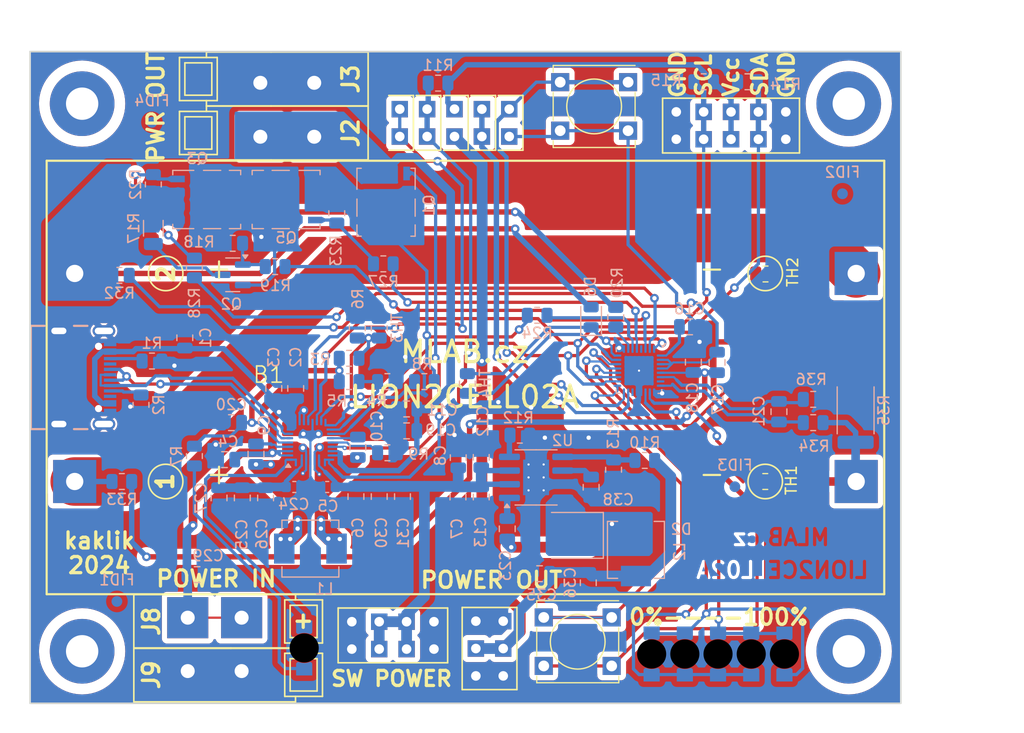
<source format=kicad_pcb>
(kicad_pcb (version 20240108) (generator "pcbnew") (generator_version "8.0")
  (title_block (date "2024-07-19"))
  (layers (0 "F.Cu" signal) (31 "B.Cu" signal) (34 "B.Paste" user) (36 "B.SilkS" user "B.Silkscreen") (37 "F.SilkS" user "F.Silkscreen") (38 "B.Mask" user) (39 "F.Mask" user) (44 "Edge.Cuts" user))
  (net 0 "")
  (net 1 "GND")
  (net 2 "/Fuel Gauge/BAT_MID")
  (net 3 "GND1")
  (net 4 "/Fuel Gauge/B+")
  (net 5 "VBUS")
  (net 6 "/Power Input/System_load")
  (net 7 "Net-(U1-SW1)")
  (net 8 "Net-(U1-BTST1)")
  (net 9 "Net-(U1-SW2)")
  (net 10 "Net-(U1-BTST2)")
  (net 11 "/Power Input/Power_load")
  (net 12 "/Fuel Gauge/PACK+")
  (net 13 "Net-(U3-PBI)")
  (net 14 "Net-(U3-VC2)")
  (net 15 "Net-(U3-VC1)")
  (net 16 "/Power Input/REGN")
  (net 17 "Net-(D1-A)")
  (net 18 "Net-(D1-K)")
  (net 19 "Net-(D3-A)")
  (net 20 "Net-(D3-K)")
  (net 21 "Net-(D5-K)")
  (net 22 "/Fuel Gauge/BAT")
  (net 23 "/Power Input/D+")
  (net 24 "/Power Input/D-")
  (net 27 "Net-(J1-CC2)")
  (net 28 "Net-(J1-CC1)")
  (net 29 "Net-(U1-INT)")
  (net 30 "Net-(U1-nQON)")
  (net 31 "Net-(U3-BTP_INT)")
  (net 32 "Net-(U3-~{PRES{slash}SHDWN})")
  (net 33 "+3.3V")
  (net 34 "Net-(Q1-G)")
  (net 35 "Net-(Q2-G)")
  (net 36 "Net-(Q2-D)")
  (net 37 "/Fuel Gauge/VCOM")
  (net 38 "Net-(Q3-G)")
  (net 39 "Net-(Q5-G)")
  (net 40 "Net-(U1-ILIM_HIZ)")
  (net 41 "Net-(U1-TS)")
  (net 42 "Net-(U1-BATP)")
  (net 43 "Net-(U1-PROG)")
  (net 44 "Net-(U3-PCHG)")
  (net 45 "Net-(U3-VCC)")
  (net 46 "Net-(U3-PACK)")
  (net 47 "Net-(U3-DSG)")
  (net 48 "Net-(U3-CHG)")
  (net 49 "Net-(U3-~{DISP})")
  (net 50 "Net-(U3-TS1)")
  (net 51 "Net-(U3-TS2)")
  (net 52 "Net-(U3-PTC)")
  (net 53 "/Fuel Gauge/SCL")
  (net 57 "/Fuel Gauge/SDA")
  (net 58 "/Fuel Gauge/SR+")
  (net 59 "/Fuel Gauge/SR-")
  (net 60 "Net-(U1-PMID)")
  (net 61 "Net-(D2-K)")
  (net 62 "Net-(U2-BOOT)")
  (net 63 "Net-(U2-SS)")
  (net 68 "Net-(U2-FB)")
  (net 69 "Net-(U2-RT{slash}SYNC)")
  (net 70 "buck_out")
  (footprint "Mlab_CON:WAGO256" (layer "F.Cu") (at 132.0105 82.3178 180)
    (property "Reference" "J2")
    (property "Value" "CONN1_1" (hide yes))
  )
  (footprint "Mlab_CON:WAGO256" (layer "F.Cu") (at 132.0105 77.314 180)
    (property "Reference" "J3")
    (property "Value" "CONN1_1" (hide yes))
  )
  (footprint "Mlab_Pin_Headers:Straight_2x04" (layer "F.Cu") (at 141.769 128.9268 -90)
    (property "Reference" "J4" (hide yes))
    (property "Value" "JUMP_4X2" (hide yes))
  )
  (footprint "Mlab_Pin_Headers:Straight_2x01" (layer "F.Cu") (at 144.944 81.378 90)
    (property "Reference" "J6" (hide yes))
    (property "Value" "HEADER_2x01_PARALLEL" (hide yes))
  )
  (footprint "Mlab_Pin_Headers:Straight_2x01" (layer "F.Cu") (at 142.404 81.378 90)
    (property "Reference" "J7" (hide yes))
    (property "Value" "HEADER_2x01_PARALLEL" (hide yes))
  )
  (footprint "Mlab_CON:WAGO256" (layer "F.Cu") (at 125.1955 132.587)
    (property "Reference" "J9")
    (property "Value" "CONN1_1" (hide yes))
  )
  (footprint "Mlab_Pin_Headers:Straight_2x01" (layer "F.Cu") (at 150.024 81.378 90)
    (property "Reference" "J10" (hide yes))
    (property "Value" "HEADER_2x01_PARALLEL" (hide yes))
  )
  (footprint "Mlab_Pin_Headers:Straight_2x01" (layer "F.Cu") (at 152.564 81.378 90)
    (property "Reference" "J11" (hide yes))
    (property "Value" "HEADER_1x02" (hide yes))
  )
  (footprint "Mlab_Pin_Headers:Straight_2x05" (layer "F.Cu") (at 173.138 81.632 90)
    (property "Reference" "J12" (hide yes))
    (property "Value" "HEADER_2x05_PARALLEL" (hide yes))
  )
  (footprint "Mlab_CON:WAGO256" (layer "F.Cu") (at 125.1955 127.634)
    (property "Reference" "J8")
    (property "Value" "CONN1_1" (hide yes))
  )
  (footprint "Mlab_SW:SW_PUSH_SMALL" (layer "F.Cu") (at 160.438 79.854)
    (property "Reference" "SW1")
    (property "Value" "SW_Push" (hide yes))
  )
  (footprint "Mlab_SW:SW_PUSH_SMALL" (layer "F.Cu") (at 158.914 129.511)
    (property "Reference" "SW2")
    (property "Value" "SW_Push" (hide yes))
  )
  (footprint "Mlab_Pin_Headers:Straight_2x01" (layer "F.Cu") (at 147.484 81.378 90)
    (property "Reference" "JP1" (hide yes))
    (property "Value" "Jumper_2_Open" (hide yes))
  )
  (footprint "Mlab_Pin_Headers:Straight_2x03" (layer "F.Cu") (at 150.7352 130.146)
    (property "Reference" "J5" (hide yes))
    (property "Value" "HEADER_2x03_PARALLEL" (hide yes))
  )
  (footprint "Mlab_Mechanical:MountingHole_3mm" (layer "F.Cu") (at 184.06 79.6)
    (property "Reference" "H2" (hide yes))
    (property "Value" "M3" (hide yes))
  )
  (footprint "Mlab_Mechanical:MountingHole_3mm" (layer "F.Cu") (at 112.94 130.4)
    (property "Reference" "H3" (hide yes))
    (property "Value" "M3" (hide yes))
  )
  (footprint "Mlab_Batery:BAT_BK-18650-PC4_no_screws" (layer "F.Cu") (at 148.5 105)
    (property "Reference" "B1")
    (property "Value" "18650" (hide yes))
  )
  (footprint "Mlab_Mechanical:MountingHole_3mm" (layer "F.Cu") (at 184.06 130.4)
    (property "Reference" "H4" (hide yes))
    (property "Value" "M3" (hide yes))
  )
  (footprint "Mlab_Mechanical:MountingHole_3mm" (layer "F.Cu") (at 112.94 79.6)
    (property "Reference" "H1" (hide yes))
    (property "Value" "M3" (hide yes))
  )
  (footprint "Resistor_SMD:R_0805_2012Metric" (layer "F.Cu") (at 176.3384 95.3988)
    (property "Reference" "TH2")
    (property "Value" "NCP21XV103J03RA")
  )
  (footprint "Resistor_SMD:R_0805_2012Metric" (layer "F.Cu") (at 176.313 114.652 180)
    (property "Reference" "TH1")
    (property "Value" "NCP21XV103J03RA")
  )
  (footprint "Capacitor_SMD:C_0805_2012Metric" (layer "B.Cu") (at 122.465 101.317 90)
    (property "Reference" "C1")
    (property "Value" "100nF")
  )
  (footprint "Capacitor_SMD:C_0603_1608Metric" (layer "B.Cu") (at 135.673 115.16 180)
    (property "Reference" "C5")
    (property "Value" "100nF")
  )
  (footprint "Capacitor_SMD:C_0805_2012Metric" (layer "B.Cu") (at 138.34 116.049 -90)
    (property "Reference" "C6")
    (property "Value" "10u")
  )
  (footprint "Capacitor_SMD:C_0805_2012Metric" (layer "B.Cu") (at 147.8048 116.092 -90)
    (property "Reference" "C7")
    (property "Value" "10u")
  )
  (footprint "Capacitor_SMD:C_0805_2012Metric" (layer "B.Cu") (at 147.8302 112.4344 90)
    (property "Reference" "C8")
    (property "Value" "10u")
  )
  (footprint "Capacitor_SMD:C_0805_2012Metric" (layer "B.Cu") (at 129.069 112.112 -90)
    (property "Reference" "C9")
    (property "Value" "47nF")
  )
  (footprint "Capacitor_SMD:C_0805_2012Metric" (layer "B.Cu") (at 143.039 107.921 180)
    (property "Reference" "C11")
    (property "Value" "10u")
  )
  (footprint "Capacitor_SMD:C_0805_2012Metric" (layer "B.Cu") (at 169.301104 100.302496 180)
    (property "Reference" "C16")
    (property "Value" "2.2uF")
  )
  (footprint "Capacitor_SMD:C_0805_2012Metric" (layer "B.Cu") (at 171.841104 103.604496 -90)
    (property "Reference" "C17")
    (property "Value" "100nF")
  )
  (footprint "Capacitor_SMD:C_0805_2012Metric" (layer "B.Cu") (at 169.644004 103.581696 90)
    (property "Reference" "C18")
    (property "Value" "100nF")
  )
  (footprint "Mlab_D:LED_1206" (layer "B.Cu") (at 165.772 130.654 -90)
    (property "Reference" "D1" (hide yes))
    (property "Value" "LED" (hide yes))
  )
  (footprint "Mlab_D:LED_1206" (layer "B.Cu") (at 133.5394 130.0952 90)
    (property "Reference" "D3" (hide yes))
    (property "Value" "LED" (hide yes))
  )
  (footprint "Mlab_D:LED_1206" (layer "B.Cu") (at 168.85175 130.654 90)
    (property "Reference" "D4" (hide yes))
    (property "Value" "LED" (hide yes))
  )
  (footprint "Mlab_D:LED_1206" (layer "B.Cu") (at 175.01125 130.654 -90)
    (property "Reference" "D7" (hide yes))
    (property "Value" "LED" (hide yes))
  )
  (footprint "Mlab_D:LED_1206" (layer "B.Cu") (at 178.091 130.654 -90)
    (property "Reference" "D8" (hide yes))
    (property "Value" "LED" (hide yes))
  )
  (footprint "Mlab_CON:USBC GCT_USB4105-GF-A" (layer "B.Cu") (at 110.781 105 90)
    (property "Reference" "J1" (hide yes))
    (property "Value" "USBC_USB4105-GF-A" (hide yes))
  )
  (footprint "Inductor_SMD:L_Vishay_IHLP-2020" (layer "B.Cu") (at 134.1157 120.875 180)
    (property "Reference" "L1")
    (property "Value" "2.2uH")
  )
  (footprint "Mlab_T:D_POWERDI5060-8_6.0x5.1mm_P1.27mm" (layer "B.Cu") (at 141.134 88.744 90)
    (property "Reference" "Q1")
    (property "Value" "DMTH3002LPS")
  )
  (footprint "Resistor_SMD:R_0805_2012Metric" (layer "B.Cu") (at 119.417 103.476 180)
    (property "Reference" "R1")
    (property "Value" "5k1")
  )
  (footprint "Resistor_SMD:R_0805_2012Metric" (layer "B.Cu") (at 137.705 105.381 180)
    (property "Reference" "R3")
    (property "Value" "127k")
  )
  (footprint "Resistor_SMD:R_0805_2012Metric" (layer "B.Cu") (at 137.705 103.222)
    (property "Reference" "R5")
    (property "Value" "5.24k")
  )
  (footprint "Resistor_SMD:R_0805_2012Metric" (layer "B.Cu") (at 138.467 100.428 90)
    (property "Reference" "R6")
    (property "Value" "30.31k")
  )
  (footprint "Resistor_SMD:R_0805_2012Metric" (layer "B.Cu") (at 123.354 112.2898 -90)
    (property "Reference" "R7")
    (property "Value" "2k2")
  )
  (footprint "Resistor_SMD:R_0805_2012Metric" (layer "B.Cu") (at 144.69 105.381)
    (property "Reference" "R8")
    (property "Value" "100")
  )
  (footprint "Resistor_SMD:R_0805_2012Metric" (layer "B.Cu") (at 141.261 111.985)
    (property "Reference" "R9")
    (property "Value" "8k2")
  )
  (footprint "Resistor_SMD:R_0805_2012Metric" (layer "B.Cu") (at 145.96 77.695 180)
    (property "Reference" "R11")
    (property "Value" "10k")
  )
  (footprint "Resistor_SMD:R_1206_3216Metric" (layer "B.Cu") (at 119.544 91.157 -90)
    (property "Reference" "R17")
    (property "Value" "300R")
  )
  (footprint "Resistor_SMD:R_0805_2012Metric" (layer "B.Cu") (at 126.91 92.554 180)
    (property "Reference" "R18")
    (property "Value" "10M")
  )
  (footprint "Resistor_SMD:R_0805_2012Metric" (layer "B.Cu") (at 130.847 94.713 180)
    (property "Reference" "R19")
    (property "Value" "5k1")
  )
  (footprint "Resistor_SMD:R_0805_2012Metric" (layer "B.Cu") (at 162.443104 99.413496 90)
    (property "Reference" "R20")
    (property "Value" "100")
  )
  (footprint "Resistor_SMD:R_0805_2012Metric" (layer "B.Cu") (at 136.562 89.76 90)
    (property "Reference" "R23")
    (property "Value" "10M")
  )
  (footprint "Resistor_SMD:R_0805_2012Metric" (layer "B.Cu") (at 155.1548 99.2342)
    (property "Reference" "R24")
    (property "Value" "10k")
  )
  (footprint "Resistor_SMD:R_0805_2012Metric" (layer "B.Cu") (at 140.88 94.459)
    (property "Reference" "R27")
    (property "Value" "5k1")
  )
  (footprint "Resistor_SMD:R_0805_2012Metric" (layer "B.Cu") (at 123.354 94.84 90)
    (property "Reference" "R28")
    (property "Value" "5k1")
  )
  (footprint "Resistor_SMD:R_0805_2012Metric" (layer "B.Cu") (at 116.3944 95.5258)
    (property "Reference" "R32")
    (property "Value" "100")
  )
  (footprint "Resistor_SMD:R_0805_2012Metric" (layer "B.Cu") (at 116.623 114.652)
    (property "Reference" "R33")
    (property "Value" "100")
  )
  (footprint "Mlab_IO:Texas_RQM0029A_VQFN-HR-28_4x4mm_P0.5mm" (layer "B.Cu") (at 134.1157 111.0325)
    (property "Reference" "U1" (hide yes))
    (property "Value" "BQ25792RQMR1")
  )
  (footprint "Mlab_IO:Texas_RSM0032A_VQFN-32-4.1x4.1-EP-1.4" (layer "B.Cu") (at 164.602104 104.366496 180)
    (property "Reference" "U3" (hide yes))
    (property "Value" "BQ40z50-R2")
  )
  (footprint "Resistor_SMD:R_0805_2012Metric" (layer "B.Cu") (at 141.261 105.381)
    (property "Reference" "R4")
    (property "Value" "100k")
  )
  (footprint "Mlab_D:LED_1206" (layer "B.Cu") (at 171.9315 130.654 90)
    (property "Reference" "D5" (hide yes))
    (property "Value" "LED" (hide yes))
  )
  (footprint "Capacitor_SMD:C_0805_2012Metric" (layer "B.Cu") (at 126.148 112.62 180)
    (property "Reference" "C4")
    (property "Value" "10u")
  )
  (footprint "Capacitor_SMD:C_0805_2012Metric" (layer "B.Cu") (at 130.72 106.016 90)
    (property "Reference" "C3")
    (property "Value" "10u")
  )
  (footprint "Capacitor_SMD:C_0805_2012Metric" (layer "B.Cu") (at 132.752 106.016 90)
    (property "Reference" "C2")
    (property "Value" "100nF")
  )
  (footprint "Capacitor_SMD:C_0805_2012Metric" (layer "B.Cu") (at 138.5178 111.477 90)
    (property "Reference" "C10")
    (property "Value" "47nF")
  )
  (footprint "Resistor_SMD:R_0805_2012Metric" (layer "B.Cu") (at 118.401 107.54 90)
    (property "Reference" "R2")
    (property "Value" "5k1")
  )
  (footprint "Resistor_SMD:R_0805_2012Metric" (layer "B.Cu") (at 180.758 109.191 180)
    (property "Reference" "R34")
    (property "Value" "100")
  )
  (footprint "Capacitor_SMD:C_0805_2012Metric" (layer "B.Cu") (at 143.039 109.953 180)
    (property "Reference" "C19")
    (property "Value" "10u")
  )
  (footprint "Capacitor_SMD:C_0805_2012Metric" (layer "B.Cu") (at 126.783 109.191 180)
    (property "Reference" "C20")
    (property "Value" "4u7")
  )
  (footprint "Resistor_SMD:R_2512_6332Metric" (layer "B.Cu") (at 184.695 108.048 90)
    (property "Reference" "R35")
    (property "Value" "2mR")
  )
  (footprint "Resistor_SMD:R_0805_2012Metric" (layer "B.Cu") (at 180.758 107.032 180)
    (property "Reference" "R36")
    (property "Value" "100")
  )
  (footprint "Resistor_SMD:R_0805_2012Metric" (layer "B.Cu") (at 119.544 87.093 -90)
    (property "Reference" "R22")
    (property "Value" "10M")
  )
  (footprint "Inductor_SMD:L_Vishay_IHLP-2020" (layer "B.Cu") (at 164.3148 120.9942 -90)
    (property "Reference" "L2")
    (property "Value" "2.2uH")
  )
  (footprint "Mlab_T:D_POWERDI5060-8_6.0x5.1mm_P1.27mm" (layer "B.Cu") (at 131.863 88.49)
    (property "Reference" "Q5")
    (property "Value" "DMTH3002LPS")
  )
  (footprint "Fiducial:Fiducial_1mm_Mask2mm" (layer "B.Cu") (at 119.417 81.3272 180)
    (property "Reference" "FID4")
    (property "Value" "Fiducial" (hide yes))
  )
  (footprint "Fiducial:Fiducial_1mm_Mask2mm" (layer "B.Cu") (at 116.1658 125.7772 180)
    (property "Reference" "FID1")
    (property "Value" "Fiducial" (hide yes))
  )
  (footprint "Package_SO:SOIC-8-1EP_3.9x4.9mm_P1.27mm_EP2.41x3.3mm_ThermalVias" (layer "B.Cu") (at 155.0532 114.271)
    (property "Reference" "U2")
    (property "Value" "LMR14050")
  )
  (footprint "Capacitor_SMD:C_0805_2012Metric" (layer "B.Cu") (at 155.374 123.204 180)
    (property "Reference" "C35")
    (property "Value" "1uF")
  )
  (footprint "Mlab_T:D_POWERDI5060-8_6.0x5.1mm_P1.27mm" (layer "B.Cu") (at 124.497 88.49 180)
    (property "Reference" "Q3")
    (property "Value" "DMTH3002LPS")
  )
  (footprint "Capacitor_SMD:C_0805_2012Metric" (layer "B.Cu") (at 159.8952 124.0422 -90)
    (property "Reference" "C36")
    (property "Value" "10uF")
  )
  (footprint "Resistor_SMD:R_0805_2012Metric" (layer "B.Cu") (at 140.499 100.428 90)
    (property "Reference" "TH3")
    (property "Value" "NCP21XV103J03RA")
  )
  (footprint "Capacitor_SMD:C_0805_2012Metric" (layer "B.Cu") (at 125.64 116.176 -90)
    (property "Reference" "C27")
    (property "Value" "10u")
  )
  (footprint "Resistor_SMD:R_0805_2012Metric" (layer "B.Cu") (at 162.2414 113.5598 -90)
    (property "Reference" "R13")
    (property "Value" "10k")
  )
  (footprint "Resistor_SMD:R_0805_2012Metric" (layer "B.Cu") (at 153.5452 110.3516)
    (property "Reference" "R12")
    (property "Value" "15k")
  )
  (footprint "Diode_SMD:D_PowerDI-5" (layer "B.Cu") (at 157.4822 119.648 180)
    (property "Reference" "D2")
    (property "Value" "PDS760-13")
  )
  (footprint "Resistor_SMD:R_0805_2012Metric" (layer "B.Cu") (at 174.662 77.568)
    (property "Reference" "R14")
    (property "Value" "10k")
  )
  (footprint "Fiducial:Fiducial_1mm_Mask2mm" (layer "B.Cu") (at 183.4758 87.9566 180)
    (property "Reference" "FID2")
    (property "Value" "Fiducial" (hide yes))
  )
  (footprint "Resistor_SMD:R_0805_2012Metric" (layer "B.Cu") (at 148.6778 105.5588 90)
    (property "Reference" "TH4")
    (property "Value" "NCP21XV103J03RA")
  )
  (footprint "Diode_SMD:D_0805_2012Metric" (layer "B.Cu") (at 160.157104 99.413496 90)
    (property "Reference" "D6")
    (property "Value" "1N4148WS")
  )
  (footprint "Capacitor_SMD:C_0805_2012Metric" (layer "B.Cu") (at 177.583 108.175 90)
    (property "Reference" "C21")
    (property "Value" "100nF")
  )
  (footprint "Capacitor_SMD:C_0805_2012Metric" (layer "B.Cu") (at 127.799 116.176 -90)
    (property "Reference" "C25")
    (property "Value" "10u")
  )
  (footprint "Resistor_SMD:R_0805_2012Metric" (layer "B.Cu") (at 170.598 77.568 180)
    (property "Reference" "R15")
    (property "Value" "10k")
  )
  (footprint "Capacitor_SMD:C_0805_2012Metric" (layer "B.Cu") (at 149.9638 116.092 -90)
    (property "Reference" "C13")
    (property "Value" "10uF")
  )
  (footprint "Capacitor_SMD:C_0603_1608Metric" (layer "B.Cu") (at 132.625 115.16)
    (property "Reference" "C24")
    (property "Value" "100nF")
  )
  (footprint "Capacitor_SMD:C_0805_2012Metric" (layer "B.Cu") (at 142.658 116.049 -90)
    (property "Reference" "C31")
    (property "Value" "10u")
  )
  (footprint "Fiducial:Fiducial_1mm_Mask2mm" (layer "B.Cu") (at 173.4936 115.1346 180)
    (property "Reference" "FID3")
    (property "Value" "Fiducial" (hide yes))
  )
  (footprint "Capacitor_SMD:C_0805_2012Metric" (layer "B.Cu") (at 140.499 116.049 -90)
    (property "Reference" "C30")
    (property "Value" "10u")
  )
  (footprint "Capacitor_SMD:C_0805_2012Metric" (layer "B.Cu") (at 123.608 123.288)
    (property "Reference" "C29")
    (property "Value" "100nF")
  )
  (footprint "Capacitor_SMD:C_0805_2012Metric" (layer "B.Cu") (at 129.958 116.176 -90)
    (property "Reference" "C26")
    (property "Value" "10u")
  )
  (footprint "Capacitor_SMD:C_0805_2012Metric" (layer "B.Cu") (at 149.9638 112.409 90)
    (property "Reference" "C12")
    (property "Value" "1uF")
  )
  (footprint "Capacitor_SMD:C_0805_2012Metric" (layer "B.Cu") (at 160.1586 115.1854 -90)
    (property "Reference" "C38")
    (property "Value" "22nF")
  )
  (footprint "Resistor_SMD:R_0805_2012Metric" (layer "B.Cu") (at 165.137 112.6962 180)
    (property "Reference" "R10")
    (property "Value" "44k2")
  )
  (footprint "Package_TO_SOT_SMD:SOT-23" (layer "B.Cu") (at 126.91 95.475 180)
    (property "Reference" "Q2")
    (property "Value" "AP2305AGN-HF-3")
  )
  (footprint "Capacitor_SMD:C_0805_2012Metric" (layer "B.Cu") (at 152.3768 119.0384 -90)
    (property "Reference" "C23")
    (property "Value" "100nF")
  )
  (gr_rect (start 108.114 74.774) (end 188.886 135.226) (stroke (width 0.15)) (fill none) (layer "Edge.Cuts"))
  (gr_text "MLAB.cz" (at 177.7862 119.8336 0) (layer "B.Cu" knockout) (effects (font (size 1.5 1.5) (thickness 0.3)) (justify mirror)))
  (gr_text "LION2CELL02A" (at 177.9132 122.8816 0) (layer "B.Cu" knockout) (effects (font (size 1.5 1.5) (thickness 0.3)) (justify mirror)))
  (gr_text "SCL" (at 170.598 79.092 90) (layer "F.SilkS") (effects (font (size 1.4 1.4) (thickness 0.3)) (justify left)))
  (gr_text "2" (at 120.7124 95.3988 90) (layer "F.SilkS") (effects (font (size 1.5 1.5) (thickness 0.375))))
  (gr_text "SDA" (at 175.805 79.092 90) (layer "F.SilkS") (effects (font (size 1.4 1.4) (thickness 0.3)) (justify left)))
  (gr_text "1" (at 120.6362 114.652 90) (layer "F.SilkS") (effects (font (size 1.5 1.5) (thickness 0.375))))
  (gr_text "POWER OUT" (at 150.913 123.796 0) (layer "F.SilkS") (effects (font (size 1.5 1.5) (thickness 0.3))))
  (gr_text "+" (at 133.4505 127.507 0) (layer "F.SilkS") (effects (font (size 1.5 1.5) (thickness 0.3))))
  (gr_text "kaklik" (at 114.5275 120.141 0) (layer "F.SilkS") (effects (font (size 1.5 1.5) (thickness 0.3))))
  (gr_text "PWR OUT" (at 119.7726 79.9048 90) (layer "F.SilkS") (effects (font (size 1.5 1.5) (thickness 0.3))))
  (gr_text "SW POWER" (at 141.642 132.94 0) (layer "F.SilkS") (effects (font (size 1.4 1.4) (thickness 0.3))))
  (gr_text "GND" (at 178.2815 79.247 90) (layer "F.SilkS") (effects (font (size 1.4 1.4) (thickness 0.3)) (justify left)))
  (gr_text "2024" (at 114.5275 122.427 0) (layer "F.SilkS") (effects (font (size 1.5 1.5) (thickness 0.3))))
  (gr_text "POWER IN" (at 125.386 123.669 0) (layer "F.SilkS") (effects (font (size 1.5 1.5) (thickness 0.3))))
  (gr_text "MLAB.cz" (at 148.4365 102.615 0) (layer "F.SilkS") (effects (font (size 2 2) (thickness 0.3))))
  (gr_text "LION2CELL02A" (at 148.4365 106.806 0) (layer "F.SilkS") (effects (font (size 2 2) (thickness 0.3))))
  (gr_text "Vcc" (at 173.138 79.092 90) (layer "F.SilkS") (effects (font (size 1.4 1.4) (thickness 0.3)) (justify left)))
  (gr_text "GND" (at 168.185 79.219 90) (layer "F.SilkS") (effects (font (size 1.4 1.4) (thickness 0.3)) (justify left)))
  (gr_text "0%----100%" (at 171.995 127.225 0) (layer "F.SilkS") (effects (font (size 1.5 1.5) (thickness 0.3))))
  (segment (start 117.411 107.768) (end 117.411 107.705096) (width 0.3) (layer "F.Cu") (net 1))
  (segment (start 117.385 107.794) (end 117.411 107.768) (width 0.3) (layer "F.Cu") (net 1))
  (via (at 121.4998 103.9078) (size 0.8) (drill 0.4) (layers "F.Cu" "B.Cu") (net 1))
  (via (at 140.692212 108.691261) (size 0.8) (drill 0.4) (layers "F.Cu" "B.Cu") (net 1))
  (via (at 117.411 107.705096) (size 0.8) (drill 0.4) (layers "F.Cu" "B.Cu") (net 1))
  (via (at 154.596 107.794) (size 0.8) (drill 0.4) (layers "F.Cu" "B.Cu") (net 1))
  (via (at 147.484 110.334) (size 0.8) (drill 0.4) (layers "F.Cu" "B.Cu") (net 1))
  (via (at 159.93 110.588) (size 0.8) (drill 0.4) (layers "F.Cu" "B.Cu") (net 1))
  (via (at 155.866 110.588) (size 0.8) (drill 0.4) (layers "F.Cu" "B.Cu") (net 1))
  (via (at 125.3352 111.223) (size 0.8) (drill 0.4) (layers "F.Cu" "B.Cu") (net 1))
  (via (at 151.548 107.286) (size 0.8) (drill 0.4) (layers "F.Cu" "B.Cu") (net 1))
  (via (at 134.8602 110.2324) (size 0.8) (drill 0.4) (layers "F.Cu" "B.Cu") (net 1))
  (via (at 133.4632 110.2324) (size 0.8) (drill 0.4) (layers "F.Cu" "B.Cu") (net 1))
  (via (at 133.514 108.048) (size 0.8) (drill 0.4) (layers "F.Cu" "B.Cu") (net 1))
  (via (at 142.912 103.095) (size 0.8) (drill 0.4) (layers "F.Cu" "B.Cu") (net 1))
  (via (at 125.64 123.4912) (size 0.8) (drill 0.4) (layers "F.Cu" "B.Cu") (net 1))
  (segment (start 147.8302 111.4844) (end 147.8302 110.6802) (width 0.5) (layer "B.Cu") (net 1))
  (segment (start 142.1735 103.8335) (end 142.912 103.095) (width 0.3) (layer "B.Cu") (net 1))
  (segment (start 134.116 110.8852) (end 133.4632 110.2324) (width 0.2) (layer "B.Cu") (net 1))
  (segment (start 134.182 114.444) (end 134.898 115.16) (width 0.2) (layer "B.Cu") (net 1))
  (segment (start 143.059456 103.095) (end 142.912 103.095) (width 0.3) (layer "B.Cu") (net 1))
  (segment (start 133.133 108.302) (end 133.387 108.048) (width 0.3) (layer "B.Cu") (net 1))
  (segment (start 134.116 114.444) (end 134.116 110.8852) (width 0.2) (layer "B.Cu") (net 1))
  (segment (start 144.395456 106.431) (end 144.69 106.136456) (width 0.3) (layer "B.Cu") (net 1))
  (segment (start 134.6354 110.2324) (end 134.8602 110.2324) (width 0.2) (layer "B.Cu") (net 1))
  (segment (start 142.089001 107.921) (end 141.31874 108.691261) (width 0.3) (layer "B.Cu") (net 1))
  (segment (start 125.198001 112.934999) (end 125.198001 111.360199) (width 0.3) (layer "B.Cu") (net 1))
  (segment (start 124.558 123.288) (end 125.4368 123.288) (width 0.3) (layer "B.Cu") (net 1))
  (segment (start 125.198001 111.360199) (end 125.3352 111.223) (width 0.3) (layer "B.Cu") (net 1))
  (segment (start 133.387 108.048) (end 133.514 108.048) (width 0.3) (layer "B.Cu") (net 1))
  (segment (start 144.69 104.725544) (end 143.059456 103.095) (width 0.3) (layer "B.Cu") (net 1))
  (segment (start 134.316 109.132) (end 134.316 109.913) (width 0.2) (layer "B.Cu") (net 1))
  (segment (start 142.1735 105.381) (end 142.1735 103.8335) (width 0.3) (layer "B.Cu") (net 1))
  (segment (start 184.695 106.524) (end 184.695 105.086) (width 0.5) (layer "B.Cu") (net 1))
  (segment (start 118.0435 108.4525) (end 117.411 107.82) (width 0.3) (layer "B.Cu") (net 1))
  (segment (start 142.089001 107.921) (end 143.579001 106.431) (width 0.3) (layer "B.Cu") (net 1))
  (segment (start 181.6705 107.032) (end 184.187 107.032) (width 0.5) (layer "B.Cu") (net 1))
  (segment (start 144.69 106.136456) (end 144.69 104.725544) (width 0.3) (layer "B.Cu") (net 1))
  (segment (start 133.5157 109.1325) (end 133.5157 108.0497) (width 0.2) (layer "B.Cu") (net 1))
  (segment (start 125.4368 123.288) (end 125.64 123.4912) (width 0.3) (layer "B.Cu") (net 1))
  (segment (start 134.316 109.913) (end 134.6354 110.2324) (width 0.2) (layer "B.Cu") (net 1))
  (segment (start 141.31874 108.691261) (end 140.692212 108.691261) (width 0.3) (layer "B.Cu") (net 1))
  (segment (start 121.4998 103.9078) (end 121.068 103.476) (width 0.8) (layer "B.Cu") (net 1))
  (segment (start 133.5157 108.0497) (end 133.514 108.048) (width 0.2) (layer "B.Cu") (net 1))
  (segment (start 134.116 114.444) (end 134.182 114.444) (width 0.2) (layer "B.Cu") (net 1))
  (segment (start 134.116 114.444) (end 133.4 115.16) (width 0.2) (layer "B.Cu") (net 1))
  (segment (start 133.116 109.132) (end 133.116 108.319) (width 0.2) (layer "B.Cu") (net 1))
  (segment (start 121.068 103.476) (end 120.3295 103.476) (width 0.8) (layer "B.Cu") (net 1))
  (segment (start 143.579001 106.431) (end 144.395456 106.431) (width 0.3) (layer "B.Cu") (net 1))
  (segment (start 184.187 107.032) (end 184.695 106.524) (width 0.5) (layer "B.Cu") (net 1))
  (segment (start 117.411 107.82) (end 117.411 107.705096) (width 0.3) (layer "B.Cu") (net 1))
  (segment (start 147.8302 110.6802) (end 147.484 110.334) (width 0.5) (layer "B.Cu") (net 1))
  (segment (start 116.988 114.65) (end 137.5652 94.0728) (width 4.5) (layer "F.Cu") (net 2))
  (segment (start 137.5652 94.0728) (end 166.242491 94.0728) (width 4.5) (layer "F.Cu") (net 2))
  (segment (start 168.249091 92.0662) (end 181.4662 92.0662) (width 4.5) (layer "F.Cu") (net 2))
  (segment (start 181.4662 92.0662) (end 184.75 95.35) (width 4.5) (layer "F.Cu") (net 2))
  (segment (start 112.25 114.65) (end 116.988 114.65) (width 4.5) (layer "F.Cu") (net 2))
  (segment (start 166.242491 94.0728) (end 168.249091 92.0662) (width 4.5) (layer "F.Cu") (net 2))
  (segment (start 115.71 114.652) (end 112.252 114.652) (width 0.5) (layer "B.Cu") (net 2))
  (segment (start 175.551 116.3265) (end 177.2255 114.652) (width 0.3) (layer "F.Cu") (net 3))
  (segment (start 184.75 114.65) (end 177.228 114.65) (width 0.8) (layer "F.Cu") (net 3))
  (segment (start 165.519 128.306) (end 175.2066 128.306) (width 0.3) (layer "F.Cu") (net 3))
  (segment (start 162.754496 102.518888) (end 162.754496 102.261289) (width 0.5) (layer "F.Cu") (net 3))
  (segment (start 166.747104 106.466496) (end 166.702104 106.466496) (width 0.5) (layer "F.Cu") (net 3))
  (segment (start 175.426 99.2992) (end 173.025704 101.699496) (width 0.5) (layer "F.Cu") (net 3))
  (segment (start 164.602104 104.366496) (end 162.754496 102.518888) (width 0.5) (layer "F.Cu") (net 3))
  (segment (start 167.55 104.366496) (end 170.217 101.699496) (width 0.5) (layer "F.Cu") (net 3))
  (segment (start 173.025704 101.699496) (end 170.217 101.699496) (width 0.5) (layer "F.Cu") (net 3))
  (segment (start 175.2066 128.306) (end 175.551 127.9616) (width 0.3) (layer "F.Cu") (net 3))
  (segment (start 166.702104 106.466496) (end 164.602104 104.366496) (width 0.5) (layer "F.Cu") (net 3))
  (segment (start 175.426 95.7193) (end 175.426 99.2992) (width 0.5) (layer "F.Cu") (net 3))
  (segment (start 166.747104 108.440949) (end 174.612155 116.306) (width 0.5) (layer "F.Cu") (net 3))
  (segment (start 164.602104 104.366496) (end 167.55 104.366496) (width 0.5) (layer "F.Cu") (net 3))
  (segment (start 174.612155 116.306) (end 175.572 116.306) (width 0.5) (layer "F.Cu") (net 3))
  (segment (start 155.764 131.761) (end 162.064 131.761) (width 0.3) (layer "F.Cu") (net 3))
  (segment (start 175.551 127.9616) (end 175.551 116.3265) (width 0.3) (layer "F.Cu") (net 3))
  (segment (start 162.064 131.761) (end 165.519 128.306) (width 0.3) (layer "F.Cu") (net 3))
  (segment (start 166.747104 106.466496) (end 166.747104 108.440949) (width 0.5) (layer "F.Cu") (net 3))
  (segment (start 175.572 116.306) (end 177.226 114.652) (width 0.5) (layer "F.Cu") (net 3))
  (via (at 162.754496 102.261289) (size 0.8) (drill 0.4) (layers "F.Cu" "B.Cu") (net 3))
  (via (at 166.747104 106.466496) (size 0.8) (drill 0.4) (layers "F.Cu" "B.Cu") (net 3))
  (via (at 170.217 101.699496) (size 0.8) (drill 0.4) (layers "F.Cu" "B.Cu") (net 3))
  (segment (start 163.5876 92.681) (end 168.0834 97.1768) (width 0.3) (layer "B.Cu") (net 3))
  (segment (start 184.695 110.08) (end 184.695 111.01) (width 0.5) (layer "B.Cu") (net 3))
  (segment (start 181.6705 109.191) (end 182.611 109.191) (width 0.5) (layer "B.Cu") (net 3))
  (segment (start 156.8926 82.4994) (end 156.744 82.648) (width 0.3) (layer "B.Cu") (net 3))
  (segment (start 163.202104 102.366496) (end 162.859703 102.366496) (width 0.2) (layer "B.Cu") (net 3))
  (segment (start 183.552 109.191) (end 183.806 109.191) (width 0.5) (layer "B.Cu") (net 3))
  (segment (start 182.611 109.191) (end 183.552 109.191) (width 0.5) (layer "B.Cu") (net 3))
  (segment (start 168.0834 98.134792) (end 170.251104 100.302496) (width 0.3) (layer "B.Cu") (net 3))
  (segment (start 162.859703 102.366496) (end 162.754496 102.261289) (width 0.2) (layer "B.Cu") (net 3))
  (segment (start 183.806 109.191) (end 184.695 110.08) (width 0.5) (layer "B.Cu") (net 3))
  (segment (start 163.5876 82.1044) (end 163.5876 92.681) (width 0.3) (layer "B.Cu") (net 3))
  (segment (start 156.744 82.648) (end 152.564 82.648) (width 0.3) (layer "B.Cu") (net 3))
  (segment (start 182.611 109.191) (end 183.552 109.191) (width 0.2) (layer "B.Cu") (net 3))
  (segment (start 181.6705 109.191) (end 182.611 109.191) (width 0.2) (layer "B.Cu") (net 3))
  (segment (start 168.0834 97.1768) (end 168.0834 98.134792) (width 0.3) (layer "B.Cu") (net 3))
  (segment (start 157.288 82.104) (end 163.588 82.104) (width 0.3) (layer "B.Cu") (net 3))
  (segment (start 156.8926 82.104) (end 156.8926 82.4994) (width 0.3) (layer "B.Cu") (net 3))
  (segment (start 166.677608 106.397) (end 166.032608 106.397) (width 0.2) (layer "B.Cu") (net 3))
  (segment (start 183.552 109.191) (end 183.679 109.318) (width 0.2) (layer "B.Cu") (net 3))
  (segment (start 166.032608 106.397) (end 166.002104 106.366496) (width 0.2) (layer "B.Cu") (net 3))
  (segment (start 169.644004 102.631696) (end 170.217 102.0587) (width 0.5) (layer "B.Cu") (net 3))
  (segment (start 166.747104 106.466496) (end 166.677608 106.397) (width 0.2) (layer "B.Cu") (net 3))
  (segment (start 164.402104 106.366496) (end 164.402104 104.566496) (width 0.2) (layer "B.Cu") (net 3))
  (segment (start 184.695 111.0105) (end 184.695 114.595) (width 0.8) (layer "B.Cu") (net 3))
  (segment (start 164.802104 106.366496) (end 164.802104 104.566496) (width 0.2) (layer "B.Cu") (net 3))
  (segment (start 170.251104 100.584496) (end 170.251104 101.665392) (width 0.5) (layer "B.Cu") (net 3))
  (segment (start 170.251104 101.665392) (end 170.217 101.699496) (width 0.5) (layer "B.Cu") (net 3))
  (segment (start 163.588 82.104) (end 163.5876 82.1044) (width 0.3) (layer "B.Cu") (net 3))
  (segment (start 170.217 102.0587) (end 170.217 101.699496) (width 0.5) (layer "B.Cu") (net 3))
  (segment (start 133.588029 91.209971) (end 129.448 95.35) (width 0.5) (layer "F.Cu") (net 4))
  (segment (start 129.448 95.35) (end 112.25 95.35) (width 0.5) (layer "F.Cu") (net 4))
  (segment (start 153.11 91.209971) (end 133.588029 91.209971) (width 0.5) (layer "F.Cu") (net 4))
  (via (at 153.11 91.209971) (size 0.8) (drill 0.4) (layers "F.Cu" "B.Cu") (net 4))
  (segment (start 121.6765 88.0055) (end 121.827 87.855) (width 1) (layer "B.Cu") (net 4))
  (segment (start 121.827 87.855) (end 121.827 90.394999) (width 1) (layer "B.Cu") (net 4))
  (segment (start 121.827 90.394999) (end 121.826999 90.395) (width 1) (layer "B.Cu") (net 4))
  (segment (start 115.3061 95.35) (end 115.4819 95.5258) (width 1) (layer "B.Cu") (net 4))
  (segment (start 153.11 91.6014) (end 153.11 91.209971) (width 0.5) (layer "B.Cu") (net 4))
  (segment (start 115.4819 95.5258) (end 115.4819 93.7566) (width 1) (layer "B.Cu") (net 4))
  (segment (start 119.544 88.0055) (end 121.6765 88.0055) (width 1) (layer "B.Cu") (net 4))
  (segment (start 119.544 89.6945) (end 119.544 88.0055) (width 1) (layer "B.Cu") (net 4))
  (segment (start 115.4819 93.7566) (end 119.544 89.6945) (width 1) (layer "B.Cu") (net 4))
  (segment (start 159.894546 98.385946) (end 153.11 91.6014) (width 0.5) (layer "B.Cu") (net 4))
  (segment (start 112.25 95.35) (end 115.3061 95.35) (width 1) (layer "B.Cu") (net 4))
  (segment (start 123.227 116.43) (end 127.666065 111.990935) (width 0.8) (layer "F.Cu") (net 5))
  (segment (start 130.593 111.98646) (end 130.593 108.811) (width 0.8) (layer "F.Cu") (net 5))
  (segment (start 127.7355 127.284) (end 122.736 127.284) (width 0.2) (layer "F.Cu") (net 5))
  (segment (start 127.666065 111.990935) (end 130.588525 111.990935) (width 0.8) (layer "F.Cu") (net 5))
  (segment (start 130.588525 111.990935) (end 130.593 111.98646) (width 0.8) (layer "F.Cu") (net 5))
  (segment (start 130.593 108.811) (end 131.200031 108.203969) (width 0.8) (layer "F.Cu") (net 5))
  (segment (start 123.227 118.716) (end 123.227 116.43) (width 0.8) (layer "F.Cu") (net 5))
  (via (at 131.200031 108.203969) (size 0.8) (drill 0.4) (layers "F.Cu" "B.Cu") (net 5))
  (via (at 130.588525 111.990935) (size 0.8) (drill 0.4) (layers "F.Cu" "B.Cu") (net 5))
  (via (at 123.227 118.716) (size 0.8) (drill 0.4) (layers "F.Cu" "B.Cu") (net 5))
  (segment (start 132.148 109.764) (end 132.148 109.649) (width 0.2) (layer "B.Cu") (net 5))
  (segment (start 131.609 106.966) (end 130.72 106.966) (width 0.8) (layer "B.Cu") (net 5))
  (segment (start 127.097999 112.62) (end 127.605999 112.112) (width 0.5) (layer "B.Cu") (net 5))
  (segment (start 131.254 111.832) (end 131.1391 111.9469) (width 0.2) (layer "B.Cu") (net 5))
  (segment (start 131.348 112.232) (end 132.216 112.232) (width 0.2) (layer "B.Cu") (net 5))
  (segment (start 132.6123 108.5433) (end 132.371 108.302) (width 0.4) (layer "B.Cu") (net 5))
  (segment (start 131.1391 111.9469) (end 131.101 111.985) (width 0.2) (layer "B.Cu") (net 5))
  (segment (start 114.785587 107.4) (end 115.536 107.4) (width 0.5) (layer "B.Cu") (net 5))
  (segment (start 131.106935 111.990935) (end 131.2534 112.1374) (width 0.3) (layer "B.Cu") (net 5))
  (segment (start 130.588525 111.990935) (end 131.106935 111.990935) (width 0.3) (layer "B.Cu") (net 5))
  (segment (start 130.59446 111.985) (end 130.588525 111.990935) (width 0.2) (layer "B.Cu") (net 5))
  (segment (start 132.752 106.966) (end 131.609 106.966) (width 0.8) (layer "B.Cu") (net 5))
  (segment (start 114.111 103.287315) (end 114.111 106.725413) (width 0.5) (layer "B.Cu") (net 5))
  (segment (start 132.216 109.832) (end 132.148 109.764) (width 0.2) (layer "B.Cu") (net 5))
  (segment (start 130.46746 112.112) (end 130.588525 111.990935) (width 0.5) (layer "B.Cu") (net 5))
  (segment (start 131.101 111.985) (end 131.2534 112.1374) (width 0.2) (layer "B.Cu") (net 5))
  (segment (start 130.588525 111.990935) (end 131.095065 111.990935) (width 0.3) (layer "B.Cu") (net 5))
  (segment (start 132.716 108.647) (end 132.716 109.182) (width 0.2) (layer "B.Cu") (net 5))
  (segment (start 126.08 102.326) (end 130.72 106.966) (width 0.5) (layer "B.Cu") (net 5))
  (segment (start 115.536 102.6) (end 114.798315 102.6) (width 0.5) (layer "B.Cu") (net 5))
  (segment (start 122.7355 127.284) (end 122.7355 123.3655) (width 0.8) (layer "B.Cu") (net 5))
  (segment (start 132.2157 109.8325) (end 132.5677 109.8325) (width 0.2) (layer "B.Cu") (net 5))
  (segment (start 131.2534 112.1374) (end 131.348 112.232) (width 0.2) (layer "B.Cu") (net 5))
  (segment (start 132.216 111.832) (end 131.254 111.832) (width 0.2) (layer "B.Cu") (net 5))
  (segment (start 127.605999 112.112) (end 130.46746 112.112) (width 0.5) (layer "B.Cu") (net 5))
  (segment (start 114.798315 102.6) (end 114.111 103.287315) (width 0.5) (layer "B.Cu") (net 5))
  (segment (start 114.111 106.725413) (end 114.785587 107.4) (width 0.5) (layer "B.Cu") (net 5))
  (segment (start 130.69746 111.882) (end 131.254 111.882) (width 0.3) (layer "B.Cu") (net 5))
  (segment (start 122.658 123.288) (end 122.658 119.285) (width 0.8) (layer "B.Cu") (net 5))
  (segment (start 132.5677 109.8325) (end 132.7157 109.6845) (width 0.2) (layer "B.Cu") (net 5))
  (segment (start 132.6123 108.5433) (end 132.716 108.647) (width 0.2) (layer "B.Cu") (net 5))
  (segment (start 132.7157 109.6845) (end 132.7157 109.1825) (width 0.2) (layer "B.Cu") (net 5))
  (segment (start 130.588525 111.990935) (end 130.69746 111.882) (width 0.3) (layer "B.Cu") (net 5))
  (segment (start 122.658 119.285) (end 123.227 118.716) (width 0.8) (layer "B.Cu") (net 5))
  (segment (start 115.536 102.6) (end 117.671122 102.6) (width 0.5) (layer "B.Cu") (net 5))
  (segment (start 117.671122 102.6) (end 117.945122 102.326) (width 0.5) (layer "B.Cu") (net 5))
  (segment (start 131.6852 107.0422) (end 131.6852 107.7188) (width 0.8) (layer "B.Cu") (net 5))
  (segment (start 132.371 107.347) (end 132.6123 107.1057) (width 0.4) (layer "B.Cu") (net 5))
  (segment (start 131.6852 107.7188) (end 131.200031 108.203969) (width 0.8) (layer "B.Cu") (net 5))
  (segment (start 131.6852 107.0422) (end 131.609 106.966) (width 0.3) (layer "B.Cu") (net 5))
  (segment (start 117.945122 102.326) (end 126.08 102.326) (width 0.5) (layer "B.Cu") (net 5))
  (segment (start 131.095065 111.990935) (end 131.1391 111.9469) (width 0.3) (layer "B.Cu") (net 5))
  (segment (start 132.371 108.302) (end 132.371 107.347) (width 0.4) (layer "B.Cu") (net 5))
  (segment (start 131.101 111.985) (end 130.59446 111.985) (width 0.2) (layer "B.Cu") (net 5))
  (segment (start 132.148 109.649) (end 132.365 109.432) (width 0.2) (layer "B.Cu") (net 5))
  (segment (start 147.8302 113.3844) (end 147.8302 115.1166) (width 1) (layer "B.Cu") (net 6))
  (segment (start 136.448 114.71116) (end 135.49984 113.763) (width 0.4) (layer "B.Cu") (net 6))
  (segment (start 143.039 127.6568) (end 143.039 126.971) (width 1) (layer "B.Cu") (net 6))
  (segment (start 147.7618 115.099) (end 147.8048 115.142) (width 1) (layer "B.Cu") (net 6))
  (segment (start 144.69 115.099) (end 147.7618 115.099) (width 1) (layer "B.Cu") (net 6))
  (segment (start 138.34 115.099) (end 140.499 115.099) (width 1) (layer "B.Cu") (net 6))
  (segment (start 142.658 115.099) (end 144.69 115.099) (width 1) (layer "B.Cu") (net 6))
  (segment (start 134.9157 113.17886) (end 135.49984 113.763) (width 0.2) (layer "B.Cu") (net 6))
  (segment (start 147.8048 115.142) (end 149.9638 115.142) (width 1) (layer "B.Cu") (net 6))
  (segment (start 134.916 112.632) (end 134.916 113.179) (width 0.2) (layer "B.Cu") (net 6))
  (segment (start 152.5782 113.636) (end 150.2408 113.636) (width 0.5) (layer "B.Cu") (net 6))
  (segment (start 136.448 115.16) (end 136.448 114.71116) (width 0.4) (layer "B.Cu") (net 6))
  (segment (start 144.69 125.32) (end 144.69 115.099) (width 1) (layer "B.Cu") (net 6))
  (segment (start 150.2408 113.636) (end 149.9638 113.359) (width 0.5) (layer "B.Cu") (net 6))
  (segment (start 147.8302 115.1166) (end 147.8048 115.142) (width 1) (layer "B.Cu") (net 6))
  (segment (start 143.039 126.971) (end 144.69 125.32) (width 1) (layer "B.Cu") (net 6))
  (segment (start 140.499 127.6568) (end 140.499 130.1968) (width 1) (layer "B.Cu") (net 6))
  (segment (start 134.9157 112.6325) (end 134.9157 113.17886) (width 0.2) (layer "B.Cu") (net 6))
  (segment (start 143.039 127.6568) (end 143.039 130.1968) (width 1) (layer "B.Cu") (net 6))
  (segment (start 152.5782 114.906) (end 150.1998 114.906) (width 0.5) (layer "B.Cu") (net 6))
  (segment (start 143.039 127.6568) (end 140.499 127.6568) (width 1) (layer "B.Cu") (net 6))
  (segment (start 140.499 115.099) (end 142.658 115.099) (width 1) (layer "B.Cu") (net 6))
  (segment (start 149.9638 115.142) (end 149.9638 113.359) (width 1) (layer "B.Cu") (net 6))
  (segment (start 136.448 115.16) (end 138.279 115.16) (width 0.8) (layer "B.Cu") (net 6))
  (segment (start 129.069 113.062) (end 131.888 113.062) (width 0.8) (layer "F.Cu") (net 7))
  (segment (start 133.416 117.739003) (end 132.947001 118.208002) (width 0.8) (layer "F.Cu") (net 7))
  (segment (start 131.888 113.062) (end 133.416 111.534) (width 0.8) (layer "F.Cu") (net 7))
  (segment (start 133.416 111.534) (end 133.416 117.739003) (width 0.8) (layer "F.Cu") (net 7))
  (via (at 131.355 119.986) (size 0.8) (drill 0.4) (layers "F.Cu" "B.Cu") (net 7))
  (via (at 132.947001 118.208002) (size 0.8) (drill 0.4) (layers "F.Cu" "B.Cu") (net 7))
  (via (at 132.9298 119.0208) (size 0.8) (drill 0.4) (layers "F.Cu" "B.Cu") (net 7))
  (via (at 133.416 111.534) (size 0.8) (drill 0.4) (layers "F.Cu" "B.Cu") (net 7))
  (via micro (at 133.416 113.89) (size 0.4) (drill 0.2) (layers "F.Cu" "B.Cu") (net 7))
  (via (at 132.244 119.986) (size 0.8) (drill 0.4) (layers "F.Cu" "B.Cu") (net 7))
  (via (at 130.4406 113.062) (size 0.8) (drill 0.4) (layers "F.Cu" "B.Cu") (net 7))
  (via (at 129.069 113.062) (size 0.8) (drill 0.4) (layers "F.Cu" "B.Cu") (net 7))
  (segment (start 133.716 112.632) (end 133.716 111.834) (width 0.2) (layer "B.Cu") (net 7))
  (segment (start 133.7157 113.5903) (end 133.416 113.89) (width 0.2) (layer "B.Cu") (net 7))
  (segment (start 133.7157 112.6325) (end 133.7157 113.5903) (width 0.2) (layer "B.Cu") (net 7))
  (segment (start 133.716 111.834) (end 133.416 111.534) (width 0.2) (layer "B.Cu") (net 7))
  (segment (start 132.947001 119.523499) (end 132.947001 118.208002) (width 0.8) (layer "B.Cu") (net 7))
  (segment (start 131.5955 120.875) (end 132.947001 119.523499) (width 0.8) (layer "B.Cu") (net 7))
  (segment (start 129.069 113.062) (end 130.4406 113.062) (width 0.6) (layer "B.Cu") (net 7))
  (segment (start 131.009943 111.432) (end 130.81333 111.235387) (width 0.2) (layer "B.Cu") (net 8))
  (segment (start 132.216 111.432) (end 131.009943 111.432) (width 0.2) (layer "B.Cu") (net 8))
  (segment (start 129.069 111.162) (end 130.443413 111.162) (width 0.3) (layer "B.Cu") (net 8))
  (segment (start 130.443413 111.162) (end 130.5168 111.235387) (width 0.3) (layer "B.Cu") (net 8))
  (segment (start 130.81333 111.235387) (end 130.5168 111.235387) (width 0.2) (layer "B.Cu") (net 8))
  (segment (start 138.5178 112.427) (end 138.0178 112.927) (width 0.8) (layer "F.Cu") (net 9))
  (segment (start 138.0178 112.927) (end 136.423 112.927) (width 0.8) (layer "F.Cu") (net 9))
  (segment (start 134.976 118.086958) (end 135.097014 118.207972) (width 0.8) (layer "F.Cu") (net 9))
  (segment (start 136.423 112.927) (end 134.976 111.48) (width 0.8) (layer "F.Cu") (net 9))
  (segment (start 134.976 111.48) (end 134.976 118.086958) (width 0.8) (layer "F.Cu") (net 9))
  (via (at 136.8414 119.986) (size 0.8) (drill 0.4) (layers "F.Cu" "B.Cu") (net 9))
  (via (at 135.097014 118.207972) (size 0.8) (drill 0.4) (layers "F.Cu" "B.Cu") (net 9))
  (via (at 134.976 111.48) (size 0.8) (drill 0.4) (layers "F.Cu" "B.Cu") (net 9))
  (via micro (at 134.94045 113.979989) (size 0.4) (drill 0.2) (layers "F.Cu" "B.Cu") (net 9))
  (via (at 135.0888 119.0208) (size 0.8) (drill 0.4) (layers "F.Cu" "B.Cu") (net 9))
  (via (at 138.467 112.427) (size 0.8) (drill 0.4) (layers "F.Cu" "B.Cu") (net 9))
  (via (at 135.7746 119.9606) (size 0.8) (drill 0.4) (layers "F.Cu" "B.Cu") (net 9))
  (segment (start 134.5157 112.6325) (end 134.5157 113.555239) (width 0.2) (layer "B.Cu") (net 9))
  (segment (start 134.516 111.93) (end 134.966 111.48) (width 0.2) (layer "B.Cu") (net 9))
  (segment (start 136.4485 120.875) (end 135.097014 119.523514) (width 0.8) (layer "B.Cu") (net 9))
  (segment (start 135.097014 119.523514) (end 135.097014 118.207972) (width 0.8) (layer "B.Cu") (net 9))
  (segment (start 134.5157 113.555239) (end 134.94045 113.979989) (width 0.2) (layer "B.Cu") (net 9))
  (segment (start 134.966 111.48) (end 134.976 111.48) (width 0.2) (layer "B.Cu") (net 9))
  (segment (start 134.516 112.632) (end 134.516 111.93) (width 0.2) (layer "B.Cu") (net 9))
  (segment (start 135.978 110.632) (end 138.361 110.632) (width 0.2) (layer "B.Cu") (net 10))
  (segment (start 134.4705 82.6678) (end 129.4705 82.6678) (width 1.5) (layer "F.Cu") (net 11))
  (segment (start 136.8795 112.0485) (end 136.696 112.232) (width 0.2) (layer "B.Cu") (net 11))
  (segment (start 136.8795 112.9375) (end 137.578 113.636) (width 0.5) (layer "B.Cu") (net 11))
  (segment (start 147.1284 105.8636) (end 145.071 107.921) (width 0.8) (layer "B.Cu") (net 11))
  (segment (start 136.696 112.232) (end 136.016 112.232) (width 0.2) (layer "B.Cu") (net 11))
  (segment (start 147.1284 87.888398) (end 147.1284 105.8636) (width 0.8) (layer "B.Cu") (net 11))
  (segment (start 134.4705 82.6678) (end 136.677 82.6678) (width 0.2) (layer "B.Cu") (net 11))
  (segment (start 142.323428 113.636) (end 143.988999 111.970429) (width 0.5) (layer "B.Cu") (net 11))
  (segment (start 141.769 85.1118) (end 142.3024 84.5784) (width 0.8) (layer "B.Cu") (net 11))
  (segment (start 143.988999 109.953) (end 143.988999 107.921) (width 0.5) (layer "B.Cu") (net 11))
  (segment (start 141.769 86.074) (end 141.769 85.1118) (width 0.8) (layer "B.Cu") (net 11))
  (segment (start 136.016 111.832) (end 136.717893 111.832) (width 0.2) (layer "B.Cu") (net 11))
  (segment (start 136.8795 111.993607) (end 136.8795 112.0485) (width 0.2) (layer "B.Cu") (net 11))
  (segment (start 143.988999 111.970429) (end 143.988999 109.953) (width 0.5) (layer "B.Cu") (net 11))
  (segment (start 136.8795 112.0485) (end 136.8795 112.9375) (width 0.5) (layer "B.Cu") (net 11))
  (segment (start 145.071 107.921) (end 143.988999 107.921) (width 0.8) (layer "B.Cu") (net 11))
  (segment (start 137.578 113.636) (end 142.323428 113.636) (width 0.5) (layer "B.Cu") (net 11))
  (segment (start 143.818402 84.5784) (end 147.1284 87.888398) (width 0.8) (layer "B.Cu") (net 11))
  (segment (start 142.3024 84.5784) (end 143.818402 84.5784) (width 0.8) (layer "B.Cu") (net 11))
  (segment (start 136.717893 111.832) (end 136.8795 111.993607) (width 0.2) (layer "B.Cu") (net 11))
  (segment (start 145.063998 101.2338) (end 144.9186 101.088402) (width 0.3) (layer "F.Cu") (net 12))
  (segment (start 152.7996 101.2338) (end 145.063998 101.2338) (width 0.3) (layer "F.Cu") (net 12))
  (segment (start 153.4784 100.555) (end 152.7996 101.2338) (width 0.3) (layer "F.Cu") (net 12))
  (via (at 144.9186 101.088402) (size 0.8) (drill 0.4) (layers "F.Cu" "B.Cu") (net 12))
  (via (at 153.4784 100.555) (size 0.8) (drill 0.4) (layers "F.Cu" "B.Cu") (net 12))
  (segment (start 133.977 86.204) (end 133.977 87.474) (width 0.2) (layer "B.Cu") (net 12))
  (segment (start 134.152 87.474) (end 133.977 87.474) (width 0.2) (layer "B.Cu") (net 12))
  (segment (start 141.134 91.344) (end 144.9186 95.1286) (width 0.3) (layer "B.Cu") (net 12))
  (segment (start 133.977 88.569) (end 134.533 89.125) (width 0.2) (layer "B.Cu") (net 12))
  (segment (start 134.533 87.855) (end 134.152 87.474) (width 0.2) (layer "B.Cu") (net 12))
  (segment (start 134.914 86.204) (end 133.977 86.204) (width 0.2) (layer "B.Cu") (net 12))
  (segment (start 134.533 89.125) (end 136.8395 89.125) (width 0.2) (layer "B.Cu") (net 12))
  (segment (start 145.6025 104.3631) (end 144.9186 103.6792) (width 0.3) (layer "B.Cu") (net 12))
  (segment (start 145.6025 105.381) (end 145.6025 104.3631) (width 0.3) (layer "B.Cu") (net 12))
  (segment (start 137.094 89.379) (end 142.0817 89.379) (width 0.2) (layer "B.Cu") (net 12))
  (segment (start 154.2423 99.7911) (end 153.4784 100.555) (width 0.3) (layer "B.Cu") (net 12))
  (segment (start 133.977 87.474) (end 133.977 88.569) (width 0.2) (layer "B.Cu") (net 12))
  (segment (start 144.9186 95.1286) (end 144.9186 101.088402) (width 0.3) (layer "B.Cu") (net 12))
  (segment (start 141.134 88.744) (end 141.134 91.344) (width 0.3) (layer "B.Cu") (net 12))
  (segment (start 154.2423 99.2342) (end 154.2423 99.7911) (width 0.3) (layer "B.Cu") (net 12))
  (segment (start 144.9186 103.6792) (end 144.9186 101.088402) (width 0.3) (layer "B.Cu") (net 12))
  (segment (start 168.351104 101.735096) (end 168.351104 100.302496) (width 0.3) (layer "B.Cu") (net 13))
  (segment (start 167.3976 102.6886) (end 168.351104 101.735096) (width 0.3) (layer "B.Cu") (net 13))
  (segment (start 167.119704 102.966496) (end 167.3976 102.6886) (width 0.2) (layer "B.Cu") (net 13))
  (segment (start 166.602104 102.966496) (end 167.119704 102.966496) (width 0.2) (layer "B.Cu") (net 13))
  (segment (start 136.264441 100.350698) (end 137.096502 100.350698) (width 0.3) (layer "F.Cu") (net 14))
  (segment (start 169.0994 98.396) (end 169.4296 98.0658) (width 0.3) (layer "F.Cu") (net 14))
  (segment (start 137.096502 100.350698) (end 140.2346 97.2126) (width 0.3) (layer "F.Cu") (net 14))
  (segment (start 164.902261 98.396) (end 169.0994 98.396) (width 0.3) (layer "F.Cu") (net 14))
  (segment (start 140.2346 97.2126) (end 163.718861 97.2126) (width 0.3) (layer "F.Cu") (net 14))
  (segment (start 163.718861 97.2126) (end 164.902261 98.396) (width 0.3) (layer "F.Cu") (net 14))
  (via (at 169.4296 98.0658) (size 0.8) (drill 0.4) (layers "F.Cu" "B.Cu") (net 14))
  (via (at 136.264441 100.350698) (size 0.8) (drill 0.4) (layers "F.Cu" "B.Cu") (net 14))
  (segment (start 170.891104 103.604496) (end 171.841104 102.654496) (width 0.2) (layer "B.Cu") (net 14))
  (segment (start 120.1173 98.4359) (end 124.8381 98.4359) (width 0.3) (layer "B.Cu") (net 14))
  (segment (start 167.285104 103.366496) (end 167.523104 103.604496) (width 0.2) (layer "B.Cu") (net 14))
  (segment (start 167.523104 103.604496) (end 167.650104 103.731496) (width 0.2) (layer "B.Cu") (net 14))
  (segment (start 171.841104 102.654496) (end 171.841104 99.969304) (width 0.3) (layer "B.Cu") (net 14))
  (segment (start 124.8381 98.4359) (end 126.752898 100.350698) (width 0.3) (layer "B.Cu") (net 14))
  (segment (start 169.9376 98.0658) (end 169.4296 98.0658) (width 0.3) (layer "B.Cu") (net 14))
  (segment (start 117.307 95.5258) (end 117.9165 96.1354) (width 0.2) (layer "B.Cu") (net 14))
  (segment (start 136.264441 100.350698) (end 126.752898 100.350698) (width 0.3) (layer "B.Cu") (net 14))
  (segment (start 167.523104 103.731496) (end 167.523104 103.604496) (width 0.2) (layer "B.Cu") (net 14))
  (segment (start 167.523104 103.858496) (end 167.650104 103.731496) (width 0.2) (layer "B.Cu") (net 14))
  (segment (start 171.841104 99.969304) (end 169.9376 98.0658) (width 0.3) (layer "B.Cu") (net 14))
  (segment (start 167.488104 103.766496) (end 167.523104 103.731496) (width 0.2) (layer "B.Cu") (net 14))
  (segment (start 167.285104 103.366496) (end 166.602104 103.366496) (width 0.2) (layer "B.Cu") (net 14))
  (segment (start 167.523104 103.858496) (end 167.523104 103.731496) (width 0.2) (layer "B.Cu") (net 14))
  (segment (start 117.9165 96.1354) (end 117.3069 95.5258) (width 0.2) (layer "B.Cu") (net 14))
  (segment (start 167.650104 103.731496) (end 167.777104 103.604496) (width 0.2) (layer "B.Cu") (net 14))
  (segment (start 117.3069 95.6255) (end 120.1173 98.4359) (width 0.3) (layer "B.Cu") (net 14))
  (segment (start 167.777104 103.604496) (end 170.891104 103.604496) (width 0.2) (layer "B.Cu") (net 14))
  (segment (start 166.602104 103.766496) (end 167.488104 103.766496) (width 0.2) (layer "B.Cu") (net 14))
  (segment (start 167.215104 104.166496) (end 167.523104 103.858496) (width 0.2) (layer "B.Cu") (net 14))
  (segment (start 166.602104 104.166496) (end 167.215104 104.166496) (width 0.2) (layer "B.Cu") (net 14))
  (segment (start 170.6981 104.554496) (end 170.6981 106.9065) (width 0.5) (layer "F.Cu") (net 15))
  (segment (start 170.6981 106.9065) (end 169.0232 108.5814) (width 0.5) (layer "F.Cu") (net 15))
  (segment (start 118.908998 121.637) (end 141.5912 121.637) (width 0.5) (layer "F.Cu") (net 15))
  (segment (start 148.881 109.3864) (end 148.924 109.3434) (width 0.5) (layer "F.Cu") (net 15))
  (segment (start 141.5912 121.637) (end 148.881 114.3472) (width 0.5) (layer "F.Cu") (net 15))
  (segment (start 148.881 114.3472) (end 148.881 109.3864) (width 0.5) (layer "F.Cu") (net 15))
  (via (at 118.908998 121.637) (size 0.8) (drill 0.4) (layers "F.Cu" "B.Cu") (net 15))
  (via (at 170.6981 104.554496) (size 0.8) (drill 0.4) (layers "F.Cu" "B.Cu") (net 15))
  (via (at 148.924 109.3434) (size 0.8) (drill 0.4) (layers "F.Cu" "B.Cu") (net 15))
  (via (at 169.0232 108.5814) (size 0.8) (drill 0.4) (layers "F.Cu" "B.Cu") (net 15))
  (segment (start 168.4644 109.1402) (end 149.1272 109.1402) (width 0.5) (layer "B.Cu") (net 15))
  (segment (start 117.536 115.002) (end 117.536 120.264002) (width 0.5) (layer "B.Cu") (net 15))
  (segment (start 171.841104 104.554496) (end 170.6981 104.554496) (width 0.5) (layer "B.Cu") (net 15))
  (segment (start 169.0232 108.5814) (end 168.4644 109.1402) (width 0.5) (layer "B.Cu") (net 15))
  (segment (start 117.536 120.264002) (end 118.908998 121.637) (width 0.5) (layer "B.Cu") (net 15))
  (segment (start 169.667104 104.554496) (end 170.6981 104.554496) (width 0.5) (layer "B.Cu") (net 15))
  (segment (start 149.1272 109.1402) (end 148.924 109.3434) (width 0.5) (layer "B.Cu") (net 15))
  (segment (start 169.609104 104.566496) (end 166.602104 104.566496) (width 0.2) (layer "B.Cu") (net 15))
  (segment (start 128.688 107.346983) (end 128.688 109.191) (width 0.5) (layer "F.Cu") (net 16))
  (segment (start 131.669977 104.365006) (end 128.688 107.346983) (width 0.5) (layer "F.Cu") (net 16))
  (segment (start 136.7925 104.365006) (end 131.669977 104.365006) (width 0.5) (layer "F.Cu") (net 16))
  (via (at 128.688 109.191) (size 0.8) (drill 0.4) (layers "F.Cu" "B.Cu") (net 16))
  (via (at 136.7925 104.365006) (size 0.8) (drill 0.4) (layers "F.Cu" "B.Cu") (net 16))
  (segment (start 132.216 111.032) (end 131.175627 111.032) (width 0.2) (layer "B.Cu") (net 16))
  (segment (start 124.3091 110.4222) (end 123.354 111.3773) (width 0.3) (layer "B.Cu") (net 16))
  (segment (start 131.175627 111.032) (end 130.929013 110.785387) (width 0.2) (layer "B.Cu") (net 16))
  (segment (start 136.7925 105.381) (end 136.7925 103.222) (width 0.4) (layer "B.Cu") (net 16))
  (segment (start 130.929013 110.785387) (end 129.334626 109.191) (width 0.3) (layer "B.Cu") (net 16))
  (segment (start 127.732999 109.191) (end 129.334626 109.191) (width 0.3) (layer "B.Cu") (net 16))
  (segment (start 136.7925 105.381) (end 136.7925 104.365006) (width 0.4) (layer "B.Cu") (net 16))
  (segment (start 126.7456 110.4222) (end 124.3091 110.4222) (width 0.3) (layer "B.Cu") (net 16))
  (segment (start 129.334626 109.191) (end 128.688 109.191) (width 0.2) (layer "B.Cu") (net 16))
  (segment (start 127.732999 109.434801) (end 126.7456 110.4222) (width 0.3) (layer "B.Cu") (net 16))
  (segment (start 127.732999 109.191) (end 128.688 109.191) (width 0.3) (layer "B.Cu") (net 16))
  (segment (start 160.6554 104.811) (end 160.6554 104.2156) (width 0.3) (layer "F.Cu") (net 17))
  (segment (start 170.841489 126.915095) (end 170.841489 114.997089) (width 0.3) (layer "F.Cu") (net 17))
  (segment (start 170.841489 114.997089) (end 160.6554 104.811) (width 0.3) (layer "F.Cu") (net 17))
  (via (at 160.6554 104.2156) (size 0.8) (drill 0.4) (layers "F.Cu" "B.Cu") (net 17))
  (via (at 170.841489 126.915095) (size 0.8) (drill 0.4) (layers "F.Cu" "B.Cu") (net 17))
  (segment (start 162.602104 104.566496) (end 161.354529 104.566496) (width 0.2) (layer "B.Cu") (net 17))
  (segment (start 179.2086 132.559) (end 179.781 131.9866) (width 0.3) (layer "B.Cu") (net 17))
  (segment (start 161.003633 104.2156) (end 160.6554 104.2156) (width 0.2) (layer "B.Cu") (net 17))
  (segment (start 171.268184 126.4884) (end 170.841489 126.915095) (width 0.3) (layer "B.Cu") (net 17))
  (segment (start 165.7974 128.7744) (end 168.982184 128.7744) (width 0.3) (layer "B.Cu") (net 17))
  (segment (start 178.619 132.559) (end 179.2086 132.559) (width 0.3) (layer "B.Cu") (net 17))
  (segment (start 179.781 131.9866) (end 179.781 127.7974) (width 0.3) (layer "B.Cu") (net 17))
  (segment (start 178.472 126.4884) (end 171.268184 126.4884) (width 0.3) (layer "B.Cu") (net 17))
  (segment (start 179.781 127.7974) (end 178.472 126.4884) (width 0.3) (layer "B.Cu") (net 17))
  (segment (start 161.354529 104.566496) (end 161.003633 104.2156) (width 0.2) (layer "B.Cu") (net 17))
  (segment (start 168.982184 128.7744) (end 170.841489 126.915095) (width 0.3) (layer "B.Cu") (net 17))
  (segment (start 159.717501 103.450722) (end 159.717501 104.812901) (width 0.3) (layer "F.Cu") (net 18))
  (segment (start 159.717501 104.812901) (end 169.5312 114.6266) (width 0.3) (layer "F.Cu") (net 18))
  (segment (start 169.5312 114.6266) (end 169.5312 126.386796) (width 0.3) (layer "F.Cu") (net 18))
  (segment (start 169.5312 126.386796) (end 168.946996 126.971) (width 0.3) (layer "F.Cu") (net 18))
  (via (at 168.946996 126.971) (size 0.8) (drill 0.4) (layers "F.Cu" "B.Cu") (net 18))
  (via (at 159.717501 103.450722) (size 0.8) (drill 0.4) (layers "F.Cu" "B.Cu") (net 18))
  (segment (start 164.087 128.021) (end 165.137 126.971) (width 0.3) (layer "B.Cu") (net 18))
  (segment (start 171.995 132.559) (end 168.82 132.559) (width 0.3) (layer "B.Cu") (net 18))
  (segment (start 164.087 132.0424) (end 164.087 128.021) (width 0.3) (layer "B.Cu") (net 18))
  (segment (start 164.6036 132.559) (end 164.087 132.0424) (width 0.3) (layer "B.Cu") (net 18))
  (segment (start 165.325 132.559) (end 164.6036 132.559) (width 0.3) (layer "B.Cu") (net 18))
  (segment (start 159.717501 103.450722) (end 159.782379 103.5156) (width 0.2) (layer "B.Cu") (net 18))
  (segment (start 159.782379 103.5156) (end 161.03344 103.5156) (width 0.2) (layer "B.Cu") (net 18))
  (segment (start 161.684336 104.166496) (end 162.602104 104.166496) (width 0.2) (layer "B.Cu") (net 18))
  (segment (start 165.137 126.971) (end 168.946996 126.971) (width 0.3) (layer "B.Cu") (net 18))
  (segment (start 175.043 132.559) (end 171.995 132.559) (width 0.3) (layer "B.Cu") (net 18))
  (segment (start 168.82 132.559) (end 165.772 132.559) (width 0.3) (layer "B.Cu") (net 18))
  (segment (start 161.03344 103.5156) (end 161.684336 104.166496) (width 0.2) (layer "B.Cu") (net 18))
  (segment (start 131.228 131.416) (end 131.8122 132.0002) (width 0.3) (layer "B.Cu") (net 19))
  (segment (start 123.354 117.5984) (end 131.228 125.4724) (width 0.3) (layer "B.Cu") (net 19))
  (segment (start 131.8122 132.0002) (end 133.5394 132.0002) (width 0.3) (layer "B.Cu") (net 19))
  (segment (start 131.228 125.4724) (end 131.228 131.416) (width 0.3) (layer "B.Cu") (net 19))
  (segment (start 123.354 113.2023) (end 123.354 117.5984) (width 0.3) (layer "B.Cu") (net 19))
  (segment (start 124.3954 117.8778) (end 124.3954 114.4488) (width 0.3) (layer "B.Cu") (net 20))
  (segment (start 124.751 114.0932) (end 130.9298 114.0932) (width 0.3) (layer "B.Cu") (net 20))
  (segment (start 133.5394 127.0218) (end 124.3954 117.8778) (width 0.3) (layer "B.Cu") (net 20))
  (segment (start 132.391 112.632) (end 131.8764 112.632) (width 0.2) (layer "B.Cu") (net 20))
  (segment (start 131.8764 112.632) (end 131.8155 112.6929) (width 0.2) (layer "B.Cu") (net 20))
  (segment (start 131.8155 112.6929) (end 131.8155 113.2075) (width 0.2) (layer "B.Cu") (net 20))
  (segment (start 124.3954 114.4488) (end 124.751 114.0932) (width 0.3) (layer "B.Cu") (net 20))
  (segment (start 130.9298 114.0932) (end 131.8155 113.2075) (width 0.3) (layer "B.Cu") (net 20))
  (segment (start 133.5394 128.1902) (end 133.5394 127.0218) (width 0.3) (layer "B.Cu") (net 20))
  (segment (start 171.995004 115.261604) (end 161.962 105.2286) (width 0.3) (layer "F.Cu") (net 21))
  (segment (start 171.995004 127.45295) (end 171.995004 115.261604) (width 0.3) (layer "F.Cu") (net 21))
  (segment (start 161.962 104.2634) (end 160.3872 102.6886) (width 0.3) (layer "F.Cu") (net 21))
  (segment (start 161.962 105.2286) (end 161.962 104.2634) (width 0.3) (layer "F.Cu") (net 21))
  (via (at 171.995004 127.45295) (size 0.8) (drill 0.4) (layers "F.Cu" "B.Cu") (net 21))
  (via (at 160.3872 102.6886) (size 0.8) (drill 0.4) (layers "F.Cu" "B.Cu") (net 21))
  (segment (start 160.748735 103.050135) (end 160.3872 102.6886) (width 0.2) (layer "B.Cu") (net 21))
  (segment (start 162.602104 103.766496) (end 161.850022 103.766496) (width 0.2) (layer "B.Cu") (net 21))
  (segment (start 178.091 128.749) (end 171.995004 128.749) (width 0.3) (layer "B.Cu") (net 21))
  (segment (start 161.850022 103.766496) (end 161.133661 103.050135) (width 0.2) (layer "B.Cu") (net 21))
  (segment (start 171.995004 128.749) (end 171.995004 127.45295) (width 0.3) (layer "B.Cu") (net 21))
  (segment (start 161.133661 103.050135) (end 160.748735 103.050135) (width 0.2) (layer "B.Cu") (net 21))
  (segment (start 166.73851 101.80772) (end 166.34939 101.4186) (width 0.3) (layer "F.Cu") (net 22))
  (segment (start 161.735468 101.4186) (end 161.5556 101.598468) (width 0.3) (layer "F.Cu") (net 22))
  (segment (start 166.34939 101.4186) (end 161.735468 101.4186) (width 0.3) (layer "F.Cu") (net 22))
  (via (at 161.5556 101.598468) (size 0.8) (drill 0.4) (layers "F.Cu" "B.Cu") (net 22))
  (via (at 166.73851 101.80772) (size 0.8) (drill 0.4) (layers "F.Cu" "B.Cu") (net 22))
  (segment (start 162.053706 102.697388) (end 162.053706 102.096574) (width 0.2) (layer "B.Cu") (net 22))
  (segment (start 151.9798 104.6444) (end 148.6797 104.6444) (width 0.3) (layer "B.Cu") (net 22))
  (segment (start 162.322814 102.966496) (end 162.053706 102.697388) (width 0.2) (layer "B.Cu") (net 22))
  (segment (start 160.157104 100.350996) (end 156.273204 100.350996) (width 0.3) (layer "B.Cu") (net 22))
  (segment (start 161.404576 101.598468) (end 161.5556 101.598468) (width 0.2) (layer "B.Cu") (net 22))
  (segment (start 162.053706 102.096574) (end 161.5556 101.598468) (width 0.2) (layer "B.Cu") (net 22))
  (segment (start 156.273204 100.350996) (end 151.9798 104.6444) (width 0.3) (layer "B.Cu") (net 22))
  (segment (start 162.602104 102.966496) (end 162.322814 102.966496) (width 0.2) (layer "B.Cu") (net 22))
  (segment (start 166.002104 102.366496) (end 166.56088 101.80772) (width 0.2) (layer "B.Cu") (net 22))
  (segment (start 160.157104 100.350996) (end 161.404576 101.598468) (width 0.3) (layer "B.Cu") (net 22))
  (segment (start 166.56088 101.80772) (end 166.73851 101.80772) (width 0.2) (layer "B.Cu") (net 22))
  (segment (start 117.7726 105.6096) (end 120.2044 105.6096) (width 0.3) (layer "F.Cu") (net 23))
  (segment (start 117.0605 104.8975) (end 117.7726 105.6096) (width 0.3) (layer "F.Cu") (net 23))
  (via (at 120.2044 105.6096) (size 0.8) (drill 0.4) (layers "F.Cu" "B.Cu") (net 23))
  (via (at 117.0605 104.8975) (size 0.8) (drill 0.4) (layers "F.Cu" "B.Cu") (net 23))
  (segment (start 131.078415 110.280385) (end 131.078415 109.955815) (width 0.2) (layer "B.Cu") (net 23))
  (segment (start 116.708 105.25) (end 117.0605 104.8975) (width 0.3) (layer "B.Cu") (net 23))
  (segment (start 126.7322 105.6096) (end 120.2044 105.6096) (width 0.3) (layer "B.Cu") (net 23))
  (segment (start 116.413 104.25) (end 116.813 104.65) (width 0.3) (layer "B.Cu") (net 23))
  (segment (start 131.6598 110.632) (end 131.43003 110.632) (width 0.2) (layer "B.Cu") (net 23))
  (segment (start 131.43003 110.632) (end 131.307015 110.508985) (width 0.2) (layer "B.Cu") (net 23))
  (segment (start 131.6598 110.632) (end 131.430029 110.632) (width 0.2) (layer "B.Cu") (net 23))
  (segment (start 132.216 110.632) (end 131.6598 110.632) (width 0.2) (layer "B.Cu") (net 23))
  (segment (start 115.536 105.25) (end 116.708 105.25) (width 0.3) (layer "B.Cu") (net 23))
  (segment (start 115.536 104.25) (end 116.413 104.25) (width 0.3) (layer "B.Cu") (net 23))
  (segment (start 130.913315 109.790715) (end 126.7322 105.6096) (width 0.3) (layer "B.Cu") (net 23))
  (segment (start 131.078415 109.955815) (end 130.913315 109.790715) (width 0.2) (layer "B.Cu") (net 23))
  (segment (start 117.0605 104.8975) (end 116.813 104.65) (width 0.3) (layer "B.Cu") (net 23))
  (segment (start 131.307015 110.508985) (end 131.078415 110.280385) (width 0.2) (layer "B.Cu") (net 23))
  (segment (start 119.7472 104.8476) (end 121.0172 104.8476) (width 0.3) (layer "B.Cu") (net 24))
  (segment (start 118.8448 105.75) (end 119.7472 104.8476) (width 0.3) (layer "B.Cu") (net 24))
  (segment (start 126.91 105.0762) (end 131.482 109.6482) (width 0.3) (layer "B.Cu") (net 24))
  (segment (start 114.661 105.75) (end 115.536 105.75) (width 0.2) (layer "B.Cu") (net 24))
  (segment (start 131.482 109.6482) (end 131.482 109.7498) (width 0.3) (layer "B.Cu") (net 24))
  (segment (start 121.2458 105.0762) (end 126.91 105.0762) (width 0.3) (layer "B.Cu") (net 24))
  (segment (start 131.482 110.0038) (end 131.482 109.7498) (width 0.2) (layer "B.Cu") (net 24))
  (segment (start 115.536 105.75) (end 118.8448 105.75) (width 0.3) (layer "B.Cu") (net 24))
  (segment (start 121.0172 104.8476) (end 121.2458 105.0762) (width 0.3) (layer "B.Cu") (net 24))
  (segment (start 132.216 110.232) (end 131.7102 110.232) (width 0.2) (layer "B.Cu") (net 24))
  (segment (start 114.661 104.75) (end 114.661 105.75) (width 0.2) (layer "B.Cu") (net 24))
  (segment (start 115.536 104.75) (end 114.661 104.75) (width 0.2) (layer "B.Cu") (net 24))
  (segment (start 131.7102 110.232) (end 131.482 110.0038) (width 0.2) (layer "B.Cu") (net 24))
  (segment (start 115.536 103.25) (end 118.2785 103.25) (width 0.3) (layer "B.Cu") (net 27))
  (segment (start 116.684364 106.25) (end 116.784365 106.350001) (width 0.3) (layer "B.Cu") (net 28))
  (segment (start 116.784365 106.350001) (end 117.923999 106.350001) (width 0.3) (layer "B.Cu") (net 28))
  (segment (start 115.536 106.25) (end 116.684364 106.25) (width 0.3) (layer "B.Cu") (net 28))
  (segment (start 148.5 102.983748) (end 148.788148 102.6956) (width 0.3) (layer "F.Cu") (net 29))
  (segment (start 137.2986 111.5405) (end 144.2455 111.5405) (width 0.3) (layer "F.Cu") (net 29))
  (segment (start 147.865 106.016) (end 148.5 105.381) (width 0.3) (layer "F.Cu") (net 29))
  (segment (start 147.865 107.921) (end 147.865 106.016) (width 0.3) (layer "F.Cu") (net 29))
  (segment (start 148.5 105.381) (end 148.5 102.983748) (width 0.3) (layer "F.Cu") (net 29))
  (segment (start 144.2455 111.5405) (end 147.865 107.921) (width 0.3) (layer "F.Cu") (net 29))
  (via micro (at 137.2986 111.5405) (size 0.4) (drill 0.2) (layers "F.Cu" "B.Cu") (net 29))
  (via (at 148.788148 102.6956) (size 0.8) (drill 0.4) (layers "F.Cu" "B.Cu") (net 29))
  (segment (start 137.1906 111.4325) (end 136.0157 111.4325) (width 0.2) (layer "B.Cu") (net 29))
  (segment (start 148.9826 102.501148) (end 148.788148 102.6956) (width 0.3) (layer "B.Cu") (net 29))
  (segment (start 148.9826 86.6866) (end 148.9826 102.501148) (width 0.3) (layer "B.Cu") (net 29))
  (segment (start 137.2986 111.5405) (end 137.1906 111.4325) (width 0.2) (layer "B.Cu") (net 29))
  (segment (start 144.944 80.108) (end 144.944 82.648) (width 0.5) (layer "B.Cu") (net 29))
  (segment (start 144.944 82.648) (end 148.9826 86.6866) (width 0.3) (layer "B.Cu") (net 29))
  (segment (start 145.0475 77.695) (end 145.0475 80.0045) (width 0.5) (layer "B.Cu") (net 29))
  (segment (start 144.69 84.934) (end 142.404 82.648) (width 0.3) (layer "F.Cu") (net 30))
  (segment (start 145.9092 84.934) (end 144.69 84.934) (width 0.3) (layer "F.Cu") (net 30))
  (segment (start 142.3532 100.047) (end 147.8008 100.047) (width 0.3) (layer "F.Cu") (net 30))
  (segment (start 141.9468 100.4534) (end 142.3532 100.047) (width 0.3) (layer "F.Cu") (net 30))
  (segment (start 147.8008 100.047) (end 148.2326 100.4788) (width 0.3) (layer "F.Cu") (net 30))
  (via (at 148.2326 100.4788) (size 0.8) (drill 0.4) (layers "F.Cu" "B.Cu") (net 30))
  (via (at 145.9092 84.934) (size 0.8) (drill 0.4) (layers "F.Cu" "B.Cu") (net 30))
  (via (at 141.9468 100.4534) (size 0.8) (drill 0.4) (layers "F.Cu" "B.Cu") (net 30))
  (segment (start 141.908 100.4146) (end 137.434906 100.4146) (width 0.3) (layer "B.Cu") (net 30))
  (segment (start 135.91363 101.222) (end 134.5725 102.56313) (width 0.3) (layer "B.Cu") (net 30))
  (segment (start 148.192964 87.217764) (end 148.192964 100.439164) (width 0.3) (layer "B.Cu") (net 30))
  (segment (start 133.9157 109.1325) (end 133.9157 108.63625) (width 0.2) (layer "B.Cu") (net 30))
  (segment (start 134.588 107.96395) (end 134.588 102.54763) (width 0.2) (layer "B.Cu") (net 30))
  (segment (start 148.192964 87.217764) (end 145.9092 84.934) (width 0.3) (layer "B.Cu") (net 30))
  (segment (start 133.9157 108.63625) (end 134.588 107.96395) (width 0.2) (layer "B.Cu") (net 30))
  (segment (start 148.192964 100.439164) (end 148.2326 100.4788) (width 0.3) (layer "B.Cu") (net 30))
  (segment (start 142.404 82.648) (end 142.404 80.108) (width 0.3) (layer "B.Cu") (net 30))
  (segment (start 137.434906 100.4146) (end 136.627506 101.222) (width 0.3) (layer "B.Cu") (net 30))
  (segment (start 141.9468 100.4534) (end 141.908 100.4146) (width 0.3) (layer "B.Cu") (net 30))
  (segment (start 134.588 102.54763) (end 135.91363 101.222) (width 0.2) (layer "B.Cu") (net 30))
  (segment (start 136.627506 101.222) (end 135.91363 101.222) (width 0.3) (layer "B.Cu") (net 30))
  (segment (start 134.5725 102.56313) (end 134.5725 107.96395) (width 0.3) (layer "B.Cu") (net 30))
  (segment (start 157.136 106.651) (end 154.988556 106.651) (width 0.3) (layer "F.Cu") (net 31))
  (segment (start 154.988556 106.651) (end 151.416135 103.078579) (width 0.3) (layer "F.Cu") (net 31))
  (via (at 151.416135 103.078579) (size 0.8) (drill 0.4) (layers "F.Cu" "B.Cu") (net 31))
  (via (at 157.136 106.651) (size 0.8) (drill 0.4) (layers "F.Cu" "B.Cu") (net 31))
  (segment (start 150.024 82.648) (end 150.024 83.6132) (width 0.5) (layer "B.Cu") (net 31))
  (segment (start 151.3702 103.032644) (end 151.416135 103.078579) (width 0.5) (layer "B.Cu") (net 31))
  (segment (start 162.974398 108.254802) (end 158.739802 108.254802) (width 0.3) (layer "B.Cu") (net 31))
  (segment (start 163.602104 107.398496) (end 163.602104 107.627096) (width 0.3) (layer "B.Cu") (net 31))
  (segment (start 163.602104 107.398496) (end 163.602104 106.366496) (width 0.2) (layer "B.Cu") (net 31))
  (segment (start 163.602104 107.627096) (end 162.974398 108.254802) (width 0.3) (layer "B.Cu") (net 31))
  (segment (start 150.024 80.108) (end 150.024 82.648) (width 0.5) (layer "B.Cu") (net 31))
  (segment (start 158.739802 108.254802) (end 157.136 106.651) (width 0.3) (layer "B.Cu") (net 31))
  (segment (start 150.024 83.6132) (end 151.3702 84.9594) (width 0.5) (layer "B.Cu") (net 31))
  (segment (start 151.3702 84.9594) (end 151.3702 103.032644) (width 0.5) (layer "B.Cu") (net 31))
  (segment (start 155.806738 105.635) (end 152.867338 102.6956) (width 0.3) (layer "F.Cu") (net 32))
  (segment (start 152.867338 102.6956) (end 152.339894 102.6956) (width 0.3) (layer "F.Cu") (net 32))
  (segment (start 157.39 105.635) (end 155.806738 105.635) (width 0.3) (layer "F.Cu") (net 32))
  (via (at 152.339894 102.6956) (size 0.8) (drill 0.4) (layers "F.Cu" "B.Cu") (net 32))
  (via (at 157.39 105.635) (size 0.8) (drill 0.4) (layers "F.Cu" "B.Cu") (net 32))
  (segment (start 152.31 84.572) (end 152.31 102.665706) (width 0.4) (layer "B.Cu") (net 32))
  (segment (start 162.5828 107.605) (end 159.36 107.605) (width 0.3) (layer "B.Cu") (net 32))
  (segment (start 155.068 77.604) (end 152.564 80.108) (width 0.3) (layer "B.Cu") (net 32))
  (segment (start 163.588 77.604) (end 157.288 77.604) (width 0.4) (layer "B.Cu") (net 32))
  (segment (start 152.31 102.665706) (end 152.339894 102.6956) (width 0.4) (layer "B.Cu") (net 32))
  (segment (start 151.402 83.664) (end 152.31 84.572) (width 0.4) (layer "B.Cu") (net 32))
  (segment (start 159.36 107.605) (end 157.39 105.635) (width 0.3) (layer "B.Cu") (net 32))
  (segment (start 163.202104 106.366496) (end 163.202104 106.985696) (width 0.2) (layer "B.Cu") (net 32))
  (segment (start 162.8764 107.3114) (end 162.5828 107.605) (width 0.3) (layer "B.Cu") (net 32))
  (segment (start 157.288 77.604) (end 155.068 77.604) (width 0.3) (layer "B.Cu") (net 32))
  (segment (start 152.564 80.108) (end 151.402 81.27) (width 0.4) (layer "B.Cu") (net 32))
  (segment (start 163.202104 106.985696) (end 162.8764 107.3114) (width 0.2) (layer "B.Cu") (net 32))
  (segment (start 151.402 81.27) (end 151.402 83.664) (width 0.4) (layer "B.Cu") (net 32))
  (segment (start 171.5105 77.568) (end 169.9357 75.9932) (width 0.5) (layer "B.Cu") (net 33))
  (segment (start 173.138 80.362) (end 173.138 79.1955) (width 0.5) (layer "B.Cu") (net 33))
  (segment (start 173.138 79.1955) (end 172.95925 79.01675) (width 0.5) (layer "B.Cu") (net 33))
  (segment (start 169.9357 75.9932) (end 148.5743 75.9932) (width 0.5) (layer "B.Cu") (net 33))
  (segment (start 172.95925 79.01675) (end 171.5105 77.568) (width 0.5) (layer "B.Cu") (net 33))
  (segment (start 173.7495 77.568) (end 173.7495 78.2265) (width 0.5) (layer "B.Cu") (net 33))
  (segment (start 173.138 80.362) (end 173.138 82.902) (width 0.5) (layer "B.Cu") (net 33))
  (segment (start 173.7495 78.2265) (end 172.95925 79.01675) (width 0.5) (layer "B.Cu") (net 33))
  (segment (start 146.8725 79.4965) (end 147.484 80.108) (width 0.5) (layer "B.Cu") (net 33))
  (segment (start 148.5743 75.9932) (end 146.8725 77.695) (width 0.5) (layer "B.Cu") (net 33))
  (segment (start 146.8725 77.695) (end 146.8725 79.4965) (width 0.5) (layer "B.Cu") (net 33))
  (segment (start 146.059032 103.549632) (end 146.059032 108.6068) (width 0.3) (layer "F.Cu") (net 34))
  (segment (start 145.706 103.1966) (end 146.059032 103.549632) (width 0.3) (layer "F.Cu") (net 34))
  (via (at 145.706 103.1966) (size 0.8) (drill 0.4) (layers "F.Cu" "B.Cu") (net 34))
  (via (at 146.059032 108.6068) (size 0.8) (drill 0.4) (layers "F.Cu" "B.Cu") (net 34))
  (segment (start 143.039 86.073999) (end 143.644 86.073999) (width 0.3) (layer "B.Cu") (net 34))
  (segment (start 146.059032 111.504968) (end 146.059032 108.6068) (width 0.3) (layer "B.Cu") (net 34))
  (segment (start 145.706 103.3744) (end 145.706 103.1966) (width 0.3) (layer "B.Cu") (net 34))
  (segment (start 145.7314 103.349) (end 145.706 103.3744) (width 0.3) (layer "B.Cu") (net 34))
  (segment (start 136.4096 113.5344) (end 137.07 114.1948) (width 0.2) (layer "B.Cu") (net 34))
  (segment (start 143.644 86.073999) (end 145.7314 88.161399) (width 0.3) (layer "B.Cu") (net 34))
  (segment (start 143.315 114.249) (end 146.059032 111.504968) (width 0.3) (layer "B.Cu") (net 34))
  (segment (start 137.1242 114.249) (end 143.315 114.249) (width 0.3) (layer "B.Cu") (net 34))
  (segment (start 135.8407 112.9655) (end 136.4096 113.5344) (width 0.2) (layer "B.Cu") (net 34))
  (segment (start 137.1242 114.249) (end 136.4096 113.5344) (width 0.3) (layer "B.Cu") (net 34))
  (segment (start 145.7314 88.161399) (end 145.7314 103.349) (width 0.3) (layer "B.Cu") (net 34))
  (segment (start 135.8407 112.6325) (end 135.8407 112.9655) (width 0.2) (layer "B.Cu") (net 34))
  (segment (start 127.8475 94.525) (end 129.7465 94.525) (width 0.3) (layer "B.Cu") (net 35))
  (segment (start 127.8225 92.554) (end 127.8225 94.5) (width 0.3) (layer "B.Cu") (net 35))
  (segment (start 119.544 92.6195) (end 121.7645 94.84) (width 0.3) (layer "B.Cu") (net 36))
  (segment (start 124.4208 94.84) (end 125.0558 95.475) (width 0.3) (layer "B.Cu") (net 36))
  (segment (start 125.0558 95.475) (end 125.972499 95.475) (width 0.3) (layer "B.Cu") (net 36))
  (segment (start 121.7645 94.84) (end 124.4208 94.84) (width 0.3) (layer "B.Cu") (net 36))
  (segment (start 131.875977 89.646073) (end 129.565025 91.957025) (width 0.5) (layer "F.Cu") (net 37))
  (segment (start 153.11 89.646073) (end 131.875977 89.646073) (width 0.5) (layer "F.Cu") (net 37))
  (via (at 153.11 89.646073) (size 0.8) (drill 0.4) (layers "F.Cu" "B.Cu") (net 37))
  (via (at 129.565025 91.957025) (size 0.8) (drill 0.4) (layers "F.Cu" "B.Cu") (net 37))
  (segment (start 127.8475 96.425) (end 129.790456 96.425) (width 0.3) (layer "B.Cu") (net 37))
  (segment (start 124.497 88.49) (end 131.863 88.49) (width 1) (layer "B.Cu") (net 37))
  (segment (start 130.797 90.72505) (end 129.565025 91.957025) (width 0.3) (layer "B.Cu") (net 37))
  (segment (start 125.9975 92.554) (end 125.9975 89.9905) (width 1) (layer "B.Cu") (net 37))
  (segment (start 129.790456 96.425) (end 130.797 95.418456) (width 0.3) (layer "B.Cu") (net 37))
  (segment (start 130.797 89.556) (end 130.797 90.72505) (width 0.3) (layer "B.Cu") (net 37))
  (segment (start 162.219396 98.500996) (end 153.364473 89.646073) (width 0.5) (layer "B.Cu") (net 37))
  (segment (start 130.797 93.189) (end 129.565025 91.957025) (width 0.3) (layer "B.Cu") (net 37))
  (segment (start 130.797 95.418456) (end 130.797 93.189) (width 0.3) (layer "B.Cu") (net 37))
  (segment (start 153.364473 89.646073) (end 153.11 89.646073) (width 0.5) (layer "B.Cu") (net 37))
  (segment (start 117.893 88.744) (end 117.893 86.204) (width 0.3) (layer "F.Cu") (net 38))
  (segment (start 120.941 91.792) (end 117.893 88.744) (width 0.3) (layer "F.Cu") (net 38))
  (via (at 117.893 86.204) (size 0.8) (drill 0.4) (layers "F.Cu" "B.Cu") (net 38))
  (via (at 120.941 91.792) (size 0.8) (drill 0.4) (layers "F.Cu" "B.Cu") (net 38))
  (segment (start 123.0765 93.9275) (end 121.016108 91.867108) (width 0.3) (layer "B.Cu") (net 38))
  (segment (start 120.941 91.665) (end 120.941 91.792) (width 0.2) (layer "B.Cu") (net 38))
  (segment (start 117.893 86.204) (end 119.5205 86.204) (width 0.3) (layer "B.Cu") (net 38))
  (segment (start 121.016108 91.589892) (end 120.941 91.665) (width 0.2) (layer "B.Cu") (net 38))
  (segment (start 119.9485 86.585) (end 119.544 86.1805) (width 0.3) (layer "B.Cu") (net 38))
  (segment (start 121.826999 86.585) (end 119.9485 86.585) (width 0.3) (layer "B.Cu") (net 38))
  (segment (start 121.016108 91.867108) (end 121.016108 91.589892) (width 0.3) (layer "B.Cu") (net 38))
  (segment (start 134.533001 90.395) (end 136.2845 90.395) (width 0.3) (layer "B.Cu") (net 39))
  (segment (start 139.9675 94.078) (end 136.562 90.6725) (width 0.3) (layer "B.Cu") (net 39))
  (segment (start 135.966 109.832) (end 136.81 109.832) (width 0.2) (layer "B.Cu") (net 40))
  (segment (start 136.8095 109.8325) (end 137.2097 109.4323) (width 0.2) (layer "B.Cu") (net 40))
  (segment (start 138.6175 105.381) (end 140.3485 105.381) (width 0.3) (layer "B.Cu") (net 40))
  (segment (start 135.9657 109.8325) (end 136.8095 109.8325) (width 0.2) (layer "B.Cu") (net 40))
  (segment (start 137.2097 109.4323) (end 140.3485 106.2935) (width 0.3) (layer "B.Cu") (net 40))
  (segment (start 140.3485 106.2935) (end 140.3485 105.381) (width 0.3) (layer "B.Cu") (net 40))
  (segment (start 137.952324 107.54798) (end 137.917496 107.513152) (width 0.3) (layer "F.Cu") (net 41))
  (segment (start 137.917496 102.933306) (end 139.508401 101.342401) (width 0.3) (layer "F.Cu") (net 41))
  (segment (start 137.917496 107.513152) (end 137.917496 102.933306) (width 0.3) (layer "F.Cu") (net 41))
  (via (at 137.952324 107.54798) (size 0.8) (drill 0.4) (layers "F.Cu" "B.Cu") (net 41))
  (via (at 139.508401 101.342401) (size 0.8) (drill 0.4) (layers "F.Cu" "B.Cu") (net 41))
  (segment (start 137.1843 108.6957) (end 137.1843 108.316004) (width 0.3) (layer "B.Cu") (net 41))
  (segment (start 137.1081 108.7719) (end 137.1843 108.6957) (width 0.3) (layer "B.Cu") (net 41))
  (segment (start 136.4475 109.4325) (end 136.8287 109.0513) (width 0.2) (layer "B.Cu") (net 41))
  (segment (start 138.618 103.0964) (end 139.508401 102.205999) (width 0.3) (layer "B.Cu") (net 41))
  (segment (start 140.499 101.3405) (end 139.510302 101.3405) (width 0.3) (layer "B.Cu") (net 41))
  (segment (start 139.508401 102.205999) (end 139.508401 101.342401) (width 0.3) (layer "B.Cu") (net 41))
  (segment (start 135.7657 109.4325) (end 136.4475 109.4325) (width 0.2) (layer "B.Cu") (net 41))
  (segment (start 139.510302 101.3405) (end 139.508401 101.342401) (width 0.3) (layer "B.Cu") (net 41))
  (segment (start 137.1843 108.6957) (end 136.8287 109.0513) (width 0.3) (layer "B.Cu") (net 41))
  (segment (start 137.1843 108.316004) (end 137.952324 107.54798) (width 0.3) (layer "B.Cu") (net 41))
  (segment (start 136.8287 109.0513) (end 137.1081 108.7719) (width 0.2) (layer "B.Cu") (net 41))
  (segment (start 142.3125 106.846) (end 143.7775 105.381) (width 0.3) (layer "B.Cu") (net 42))
  (segment (start 140.638256 106.846) (end 142.3125 106.846) (width 0.3) (layer "B.Cu") (net 42))
  (segment (start 137.252256 110.232) (end 137.872128 109.612128) (width 0.2) (layer "B.Cu") (net 42))
  (segment (start 135.991 110.232) (end 137.252256 110.232) (width 0.2) (layer "B.Cu") (net 42))
  (segment (start 140.638256 106.846) (end 137.872128 109.612128) (width 0.3) (layer "B.Cu") (net 42))
  (segment (start 137.513639 111.032) (end 137.831639 111.35) (width 0.2) (layer "B.Cu") (net 43))
  (segment (start 137.831639 111.35) (end 139.7135 111.35) (width 0.2) (layer "B.Cu") (net 43))
  (segment (start 136.016 111.032) (end 137.513639 111.032) (width 0.2) (layer "B.Cu") (net 43))
  (segment (start 139.7135 111.35) (end 140.3485 111.985) (width 0.2) (layer "B.Cu") (net 43))
  (segment (start 141.8202 98.2178) (end 142.3794 98.777) (width 0.3) (layer "F.Cu") (net 44))
  (segment (start 142.3794 98.777) (end 155.562596 98.777) (width 0.3) (layer "F.Cu") (net 44))
  (segment (start 164.8068 99.666) (end 165.2386 99.2342) (width 0.3) (layer "F.Cu") (net 44))
  (segment (start 156.451596 99.666) (end 164.8068 99.666) (width 0.3) (layer "F.Cu") (net 44))
  (segment (start 155.562596 98.777) (end 156.451596 99.666) (width 0.3) (layer "F.Cu") (net 44))
  (via (at 165.2386 99.2342) (size 0.8) (drill 0.4) (layers "F.Cu" "B.Cu") (net 44))
  (via (at 141.8202 98.2178) (size 0.8) (drill 0.4) (layers "F.Cu" "B.Cu") (net 44))
  (segment (start 138.3154 94.713) (end 141.8202 98.2178) (width 0.3) (layer "B.Cu") (net 44))
  (segment (start 165.152104 101.554196) (end 165.152104 99.396896) (width 0.3) (layer "B.Cu") (net 44))
  (segment (start 131.7595 94.713) (end 138.3154 94.713) (width 0.3) (layer "B.Cu") (net 44))
  (segment (start 165.152104 99.396896) (end 165.2386 99.3104) (width 0.2) (layer "B.Cu") (net 44))
  (segment (start 165.2386 99.3104) (end 165.2386 99.2342) (width 0.2) (layer "B.Cu") (net 44))
  (segment (start 165.202104 101.604196) (end 165.152104 101.554196) (width 0.2) (layer "B.Cu") (net 44))
  (segment (start 165.202104 102.366496) (end 165.202104 101.604196) (width 0.2) (layer "B.Cu") (net 44))
  (segment (start 163.215951 101.482036) (end 162.443104 100.709189) (width 0.2) (layer "B.Cu") (net 45))
  (segment (start 163.602104 102.366496) (end 163.602104 101.918989) (width 0.2) (layer "B.Cu") (net 45))
  (segment (start 163.602104 101.918989) (end 163.215951 101.532836) (width 0.2) (layer "B.Cu") (net 45))
  (segment (start 163.215951 101.532836) (end 163.215951 101.482036) (width 0.2) (layer "B.Cu") (net 45))
  (segment (start 164.002104 102.366496) (end 164.002104 101.502904) (width 0.2) (layer "B.Cu") (net 46))
  (segment (start 163.14856 99.463496) (end 163.6384 99.953336) (width 0.3) (layer "B.Cu") (net 46))
  (segment (start 164.002104 101.502904) (end 163.6384 101.1392) (width 0.2) (layer "B.Cu") (net 46))
  (segment (start 163.6384 99.953336) (end 163.6384 101.1392) (width 0.3) (layer "B.Cu") (net 46))
  (segment (start 156.169454 99.463496) (end 163.14856 99.463496) (width 0.3) (layer "B.Cu") (net 46))
  (segment (start 143.133905 98.027) (end 163.4726 98.027) (width 0.3) (layer "F.Cu") (net 47))
  (segment (start 163.4726 98.027) (end 164.2734 98.8278) (width 0.3) (layer "F.Cu") (net 47))
  (via (at 143.133905 98.027) (size 0.8) (drill 0.4) (layers "F.Cu" "B.Cu") (net 47))
  (via (at 164.2734 98.8278) (size 0.8) (drill 0.4) (layers "F.Cu" "B.Cu") (net 47))
  (segment (start 141.7925 94.459) (end 141.7925 96.685595) (width 0.3) (layer "B.Cu") (net 47))
  (segment (start 164.402104 102.366496) (end 164.402104 101.337219) (width 0.2) (layer "B.Cu") (net 47))
  (segment (start 164.402104 101.337219) (end 164.3242 101.259315) (width 0.2) (layer "B.Cu") (net 47))
  (segment (start 164.3242 98.8786) (end 164.2734 98.8278) (width 0.3) (layer "B.Cu") (net 47))
  (segment (start 164.3242 100.809) (end 164.3242 98.8786) (width 0.3) (layer "B.Cu") (net 47))
  (segment (start 141.7925 96.685595) (end 143.133905 98.027) (width 0.3) (layer "B.Cu") (net 47))
  (segment (start 164.3242 101.259315) (end 164.3242 100.809) (width 0.2) (layer "B.Cu") (net 47))
  (segment (start 165.101016 96.7126) (end 166.034416 97.646) (width 0.3) (layer "F.Cu") (net 48))
  (segment (start 136.53439 99.387821) (end 139.209611 96.7126) (width 0.3) (layer "F.Cu") (net 48))
  (segment (start 139.209611 96.7126) (end 165.101016 96.7126) (width 0.3) (layer "F.Cu") (net 48))
  (via (at 166.034416 97.646) (size 0.8) (drill 0.4) (layers "F.Cu" "B.Cu") (net 48))
  (via (at 136.53439 99.387821) (size 0.8) (drill 0.4) (layers "F.Cu" "B.Cu") (net 48))
  (segment (start 165.602104 101.639296) (end 165.772 101.4694) (width 0.2) (layer "B.Cu") (net 48))
  (segment (start 166.0902 97.701784) (end 166.0902 101.1512) (width 0.3) (layer "B.Cu") (net 48))
  (segment (start 136.53439 99.387821) (end 126.989321 99.387821) (width 0.3) (layer "B.Cu") (net 48))
  (segment (start 166.034416 97.646) (end 166.0902 97.701784) (width 0.3) (layer "B.Cu") (net 48))
  (segment (start 166.0902 101.1512) (end 165.772 101.4694) (width 0.3) (layer "B.Cu") (net 48))
  (segment (start 165.602104 102.366496) (end 165.602104 101.639296) (width 0.2) (layer "B.Cu") (net 48))
  (segment (start 126.989321 99.387821) (end 123.354 95.7525) (width 0.3) (layer "B.Cu") (net 48))
  (segment (start 155.764 127.261) (end 162.064 127.261) (width 0.3) (layer "F.Cu") (net 49))
  (segment (start 168.566 114.906) (end 160.517269 106.857269) (width 0.3) (layer "F.Cu") (net 49))
  (segment (start 168.566 120.759) (end 168.566 114.906) (width 0.3) (layer "F.Cu") (net 49))
  (segment (start 160.517269 106.857269) (end 160.517269 106.673331) (width 0.3) (layer "F.Cu") (net 49))
  (segment (start 162.064 127.261) (end 168.566 120.759) (width 0.3) (layer "F.Cu") (net 49))
  (via (at 160.517269 106.673331) (size 0.8) (drill 0.4) (layers "F.Cu" "B.Cu") (net 49))
  (segment (start 155.764 127.261) (end 162.064 127.261) (width 0.2) (layer "B.Cu") (net 49))
  (segment (start 162.602104 106.239496) (end 162.168269 106.673331) (width 0.2) (layer "B.Cu") (net 49))
  (segment (start 162.168269 106.673331) (end 160.517269 106.673331) (width 0.2) (layer "B.Cu") (net 49))
  (segment (start 162.602104 105.766496) (end 162.602104 106.239496) (width 0.2) (layer "B.Cu") (net 49))
  (segment (start 171.8172 110.8674) (end 171.8172 110.4356) (width 0.3) (layer "F.Cu") (net 50))
  (segment (start 175.4005 114.4507) (end 171.8172 110.8674) (width 0.3) (layer "F.Cu") (net 50))
  (via (at 171.8172 110.4356) (size 0.8) (drill 0.4) (layers "F.Cu" "B.Cu") (net 50))
  (segment (start 169.0486 107.3876) (end 171.8172 110.1562) (width 0.3) (layer "B.Cu") (net 50))
  (segment (start 166.011208 107.3876) (end 169.0486 107.3876) (width 0.3) (layer "B.Cu") (net 50))
  (segment (start 165.840804 107.217196) (end 166.011208 107.3876) (width 0.3) (layer "B.Cu") (net 50))
  (segment (start 165.602104 106.366496) (end 165.602104 106.978496) (width 0.2) (layer "B.Cu") (net 50))
  (segment (start 165.602104 106.978496) (end 165.840804 107.217196) (width 0.2) (layer "B.Cu") (net 50))
  (segment (start 171.8172 110.1562) (end 171.8172 110.4356) (width 0.3) (layer "B.Cu") (net 50))
  (segment (start 168.7946 109.4704) (end 169.4042 109.4704) (width 0.3) (layer "F.Cu") (net 51))
  (segment (start 169.4042 109.4704) (end 177.251 101.6236) (width 0.3) (layer "F.Cu") (net 51))
  (segment (start 168.058 108.2004) (end 168.058 108.7338) (width 0.3) (layer "F.Cu") (net 51))
  (segment (start 168.058 108.7338) (end 168.7946 109.4704) (width 0.3) (layer "F.Cu") (net 51))
  (segment (start 177.251 101.6236) (end 177.251 95.3989) (width 0.3) (layer "F.Cu") (net 51))
  (via (at 168.058 108.2004) (size 0.8) (drill 0.4) (layers "F.Cu" "B.Cu") (net 51))
  (segment (start 168.058 108.2004) (end 166.049008 108.2004) (width 0.3) (layer "B.Cu") (net 51))
  (segment (start 166.049008 108.2004) (end 165.202104 107.353496) (width 0.3) (layer "B.Cu") (net 51))
  (segment (start 165.202104 106.366496) (end 165.202104 107.353496) (width 0.2) (layer "B.Cu") (net 51))
  (segment (start 162.086418 103.366496) (end 161.812261 103.092339) (width 0.2) (layer "B.Cu") (net 52))
  (segment (start 161.685261 102.965339) (end 161.583661 102.863739) (width 0.3) (layer "B.Cu") (net 52))
  (segment (start 156.4502 101.0122) (end 150.9911 106.4713) (width 0.3) (layer "B.Cu") (net 52))
  (segment (start 160.704 101.9132) (end 160.1198 101.9132) (width 0.3) (layer "B.Cu") (net 52))
  (segment (start 161.812261 103.092339) (end 161.685261 102.965339) (width 0.2) (layer "B.Cu") (net 52))
  (segment (start 160.1198 101.9132) (end 159.2188 101.0122) (width 0.3) (layer "B.Cu") (net 52))
  (segment (start 161.583661 102.863739) (end 161.583661 102.792861) (width 0.3) (layer "B.Cu") (net 52))
  (segment (start 162.602104 103.366496) (end 162.086418 103.366496) (width 0.2) (layer "B.Cu") (net 52))
  (segment (start 159.2188 101.0122) (end 156.4502 101.0122) (width 0.3) (layer "B.Cu") (net 52))
  (segment (start 160.704 101.9132) (end 161.583661 102.792861) (width 0.3) (layer "B.Cu") (net 52))
  (segment (start 150.9911 106.4713) (end 148.6778 106.4713) (width 0.3) (layer "B.Cu") (net 52))
  (segment (start 161.685261 102.965339) (end 161.545378 102.825456) (width 0.2) (layer "B.Cu") (net 52))
  (segment (start 155.231 99.539) (end 138.975 99.539) (width 0.3) (layer "F.Cu") (net 53))
  (segment (start 168.43835 100.301) (end 170.8774 97.86195) (width 0.3) (layer "F.Cu") (net 53))
  (segment (start 160.438 100.301) (end 168.43835 100.301) (width 0.3) (layer "F.Cu") (net 53))
  (segment (start 138.975 99.539) (end 135.546 102.968) (width 0.3) (layer "F.Cu") (net 53))
  (segment (start 170.8774 97.86195) (end 170.8774 97.1006) (width 0.3) (layer "F.Cu") (net 53))
  (segment (start 157.517 101.825) (end 155.231 99.539) (width 0.3) (layer "F.Cu") (net 53))
  (segment (start 158.914 101.825) (end 157.517 101.825) (width 0.3) (layer "F.Cu") (net 53))
  (segment (start 158.914 101.825) (end 160.438 100.301) (width 0.3) (layer "F.Cu") (net 53))
  (via (at 135.546 102.968) (size 0.8) (drill 0.4) (layers "F.Cu" "B.Cu") (net 53))
  (via (at 158.914 101.825) (size 0.8) (drill 0.4) (layers "F.Cu" "B.Cu") (net 53))
  (via (at 170.8774 97.1006) (size 0.8) (drill 0.4) (layers "F.Cu" "B.Cu") (net 53))
  (segment (start 158.914 103.952364) (end 159.936236 104.9746) (width 0.3) (layer "B.Cu") (net 53))
  (segment (start 170.598 82.902) (end 170.598 96.8212) (width 0.3) (layer "B.Cu") (net 53))
  (segment (start 158.914 101.825) (end 158.914 103.952364) (width 0.3) (layer "B.Cu") (net 53))
  (segment (start 135.0725 105.7275) (end 135.0725 108.0825) (width 0.3) (layer "B.Cu") (net 53))
  (segment (start 134.716 108.472275) (end 135.0725 108.115775) (width 0.2) (layer "B.Cu") (net 53))
  (segment (start 161.118133 104.966496) (end 162.602104 104.966496) (width 0.2) (layer "B.Cu") (net 53))
  (segment (start 170.598 80.362) (end 170.598 78.4805) (width 0.5) (layer "B.Cu") (net 53))
  (segment (start 159.936236 104.9746) (end 161.110029 104.9746) (width 0.3) (layer "B.Cu") (net 53))
  (segment (start 135.546 105.254) (end 135.0725 105.7275) (width 0.3) (layer "B.Cu") (net 53))
  (segment (start 135.546 102.968) (end 135.546 105.254) (width 0.3) (layer "B.Cu") (net 53))
  (segment (start 170.598 96.8212) (end 170.8774 97.1006) (width 0.3) (layer "B.Cu") (net 53))
  (segment (start 135.0725 108.115775) (end 135.0725 108.0825) (width 0.2) (layer "B.Cu") (net 53))
  (segment (start 161.110029 104.9746) (end 161.118133 104.966496) (width 0.3) (layer "B.Cu") (net 53))
  (segment (start 134.716 109.132) (end 134.716 108.472275) (width 0.2) (layer "B.Cu") (net 53))
  (segment (start 170.598 80.362) (end 170.598 82.902) (width 0.5) (layer "B.Cu") (net 53))
  (segment (start 170.598 78.4805) (end 169.6855 77.568) (width 0.5) (layer "B.Cu") (net 53))
  (segment (start 152.971346 101.83555) (end 145.49225 101.83555) (width 0.3) (layer "F.Cu") (net 57))
  (segment (start 158.025 102.968) (end 154.103796 102.968) (width 0.3) (layer "F.Cu") (net 57))
  (segment (start 140.54024 106.78756) (end 138.767496 106.78756) (width 0.3) (layer "F.Cu") (net 57))
  (segment (start 158.025 102.968) (end 158.024996 102.968) (width 0.2) (layer "F.Cu") (net 57))
  (segment (start 161.0984 100.809) (end 169.311819 100.809) (width 0.3) (layer "F.Cu") (net 57))
  (segment (start 158.025 102.968) (end 158.9394 102.968) (width 0.3) (layer "F.Cu") (net 57))
  (segment (start 158.9394 102.968) (end 161.0984 100.809) (width 0.3) (layer "F.Cu") (net 57))
  (segment (start 145.49225 101.83555) (end 140.54024 106.78756) (width 0.3) (layer "F.Cu") (net 57))
  (segment (start 169.311819 100.809) (end 173.45076 96.670059) (width 0.3) (layer "F.Cu") (net 57))
  (segment (start 154.103796 102.968) (end 152.971346 101.83555) (width 0.3) (layer "F.Cu") (net 57))
  (via (at 138.767496 106.78756) (size 0.8) (drill 0.4) (layers "F.Cu" "B.Cu") (net 57))
  (via (at 173.45076 96.670059) (size 0.8) (drill 0.4) (layers "F.Cu" "B.Cu") (net 57))
  (via (at 158.024996 102.968) (size 0.8) (drill 0.4) (layers "F.Cu" "B.Cu") (net 57))
  (segment (start 162.602104 105.366496) (end 161.544704 105.366496) (width 0.2) (layer "B.Cu") (net 57))
  (segment (start 158.024996 102.968) (end 158.024996 104.212596) (width 0.3) (layer "B.Cu") (net 57))
  (segment (start 175.678 82.902) (end 175.678 94.442819) (width 0.3) (layer "B.Cu") (net 57))
  (segment (start 161.544704 105.366496) (end 161.3016 105.6096) (width 0.2) (layer "B.Cu") (net 57))
  (segment (start 135.1157 109.1325) (end 135.1157 108.675696) (width 0.2) (layer "B.Cu") (net 57))
  (segment (start 175.678 94.442819) (end 173.45076 96.670059) (width 0.3) (layer "B.Cu") (net 57))
  (segment (start 135.116 109.132) (end 135.116 108.675396) (width 0.2) (layer "B.Cu") (net 57))
  (segment (start 175.678 80.362) (end 175.678 77.6715) (width 0.5) (layer "B.Cu") (net 57))
  (segment (start 175.678 80.362) (end 175.678 82.902) (width 0.5) (layer "B.Cu") (net 57))
  (segment (start 135.568498 108.222898) (end 137.003836 106.78756) (width 0.3) (layer "B.Cu") (net 57))
  (segment (start 159.422 105.6096) (end 161.3016 105.6096) (width 0.3) (layer "B.Cu") (net 57))
  (segment (start 135.1157 108.675696) (end 135.568498 108.222898) (width 0.2) (layer "B.Cu") (net 57))
  (segment (start 137.003836 106.78756) (end 138.767496 106.78756) (width 0.3) (layer "B.Cu") (net 57))
  (segment (start 158.024996 104.212596) (end 159.422 105.6096) (width 0.3) (layer "B.Cu") (net 57))
  (segment (start 170.66189 106.2656) (end 168.35049 106.2656) (width 0.3) (layer "B.Cu") (net 58))
  (segment (start 175.820499 108.45) (end 172.84629 108.45) (width 0.3) (layer "B.Cu") (net 58))
  (segment (start 167.570904 105.766496) (end 167.711145 105.626255) (width 0.2) (layer "B.Cu") (net 58))
  (segment (start 172.84629 108.45) (end 170.66189 106.2656) (width 0.3) (layer "B.Cu") (net 58))
  (segment (start 177.583 109.125) (end 179.78 109.125) (width 0.3) (layer "B.Cu") (net 58))
  (segment (start 176.495499 109.125) (end 175.820499 108.45) (width 0.3) (layer "B.Cu") (net 58))
  (segment (start 168.35049 106.2656) (end 167.711145 105.626255) (width 0.3) (layer "B.Cu") (net 58))
  (segment (start 166.602104 105.766496) (end 167.570904 105.766496) (width 0.2) (layer "B.Cu") (net 58))
  (segment (start 177.583 109.125) (end 176.495499 109.125) (width 0.3) (layer "B.Cu") (net 58))
  (segment (start 166.602104 104.966496) (end 167.829206 104.966496) (width 0.2) (layer "B.Cu") (net 59))
  (segment (start 175.820499 107.9) (end 173.07411 107.9) (width 0.3) (layer "B.Cu") (net 59))
  (segment (start 168.57831 105.7156) (end 168.100055 105.237345) (width 0.3) (layer "B.Cu") (net 59))
  (segment (start 176.495499 107.225) (end 175.820499 107.9) (width 0.3) (layer "B.Cu") (net 59))
  (segment (start 173.07411 107.9) (end 170.88971 105.7156) (width 0.3) (layer "B.Cu") (net 59))
  (segment (start 170.88971 105.7156) (end 168.57831 105.7156) (width 0.3) (layer "B.Cu") (net 59))
  (segment (start 167.829206 104.966496) (end 168.100055 105.237345) (width 0.2) (layer "B.Cu") (net 59))
  (segment (start 177.583 107.225) (end 176.495499 107.225) (width 0.3) (layer "B.Cu") (net 59))
  (segment (start 179.5407 107.3368) (end 178.0808 107.3368) (width 0.3) (layer "B.Cu") (net 59))
  (segment (start 131.85 114.64456) (end 132.83068 113.66388) (width 0.4) (layer "B.Cu") (net 60))
  (segment (start 132.65716 113.8374) (end 132.6486 113.8374) (width 0.2) (layer "B.Cu") (net 60))
  (segment (start 131.85 115.16) (end 130.024 115.16) (width 0.8) (layer "B.Cu") (net 60))
  (segment (start 133.160881 113.333681) (end 133.160879 113.333681) (width 0.2) (layer "B.Cu") (net 60))
  (segment (start 133.160879 113.333681) (end 132.83068 113.66388) (width 0.2) (layer "B.Cu") (net 60))
  (segment (start 133.160881 113.333681) (end 133.316 113.179) (width 0.2) (layer "B.Cu") (net 60))
  (segment (start 132.83068 113.66388) (end 132.65716 113.8374) (width 0.2) (layer "B.Cu") (net 60))
  (segment (start 131.85 114.636) (end 132.6486 113.8374) (width 0.3) (layer "B.Cu") (net 60))
  (segment (start 133.316 113.179) (end 133.316 112.632) (width 0.2) (layer "B.Cu") (net 60))
  (segment (start 129.958 115.226) (end 127.799 115.226) (width 0.8) (layer "B.Cu") (net 60))
  (segment (start 131.85 115.16) (end 131.85 114.636) (width 0.3) (layer "B.Cu") (net 60))
  (segment (start 131.85 115.16) (end 131.85 114.64456) (width 0.4) (layer "B.Cu") (net 60))
  (segment (start 127.799 115.226) (end 125.64 115.226) (width 0.8) (layer "B.Cu") (net 60))
  (segment (start 159.93 120.748) (end 152.748 120.748) (width 1) (layer "F.Cu") (net 61))
  (segment (start 162.089 118.589) (end 159.93 120.748) (width 1) (layer "F.Cu") (net 61))
  (via (at 152.748 120.748) (size 0.8) (drill 0.4) (layers "F.Cu" "B.Cu") (net 61))
  (via (at 162.089 118.589) (size 0.8) (drill 0.4) (layers "F.Cu" "B.Cu") (net 61))
  (segment (start 162.089 118.589) (end 159.661201 118.589) (width 1) (layer "B.Cu") (net 61))
  (segment (start 152.3768 120.3768) (end 152.748 120.748) (width 1) (layer "B.Cu") (net 61))
  (segment (start 162.089 118.589) (end 164.2935 118.589) (width 1) (layer "B.Cu") (net 61))
  (segment (start 152.3768 119.9884) (end 152.3768 120.3768) (width 1) (layer "B.Cu") (net 61))
  (segment (start 152.3768 118.0884) (end 152.3768 116.3774) (width 0.6) (layer "B.Cu") (net 62))
  (segment (start 157.5282 113.636) (end 159.5592 113.636) (width 0.5) (layer "B.Cu") (net 63))
  (segment (start 159.5592 113.636) (end 160.1586 114.2354) (width 0.5) (layer "B.Cu") (net 63))
  (segment (start 157.5282 112.366) (end 161.9601 112.366) (width 0.5) (layer "B.Cu") (net 68))
  (segment (start 162.2414 112.6473) (end 164.1756 112.6473) (width 0.5) (layer "B.Cu") (net 68))
  (segment (start 161.9601 112.366) (end 162.2414 112.6473) (width 0.5) (layer "B.Cu") (net 68))
  (segment (start 152.5782 112.366) (end 152.5782 110.4061) (width 0.5) (layer "B.Cu") (net 69))
  (segment (start 153.58 128.5712) (end 152.0052 130.146) (width 1) (layer "F.Cu") (net 70))
  (segment (start 150.024 103.476) (end 150.024 123.034) (width 1) (layer "F.Cu") (net 70))
  (segment (start 150.024 123.034) (end 153.58 126.59) (width 1) (layer "F.Cu") (net 70))
  (segment (start 153.58 126.59) (end 153.58 128.5712) (width 1) (layer "F.Cu") (net 70))
  (via (at 150.024 103.476) (size 0.8) (drill 0.4) (layers "F.Cu" "B.Cu") (net 70))
  (segment (start 149.4652 130.146) (end 152.0052 130.146) (width 1) (layer "B.Cu") (net 70))
  (segment (start 156.324 123.846) (end 156.324 123.204) (width 1) (layer "B.Cu") (net 70))
  (segment (start 167.55 121.256) (end 167.55 114.1967) (width 1) (layer "B.Cu") (net 70))
  (segment (start 150.0508 85.2148) (end 150.0508 103.4492) (width 1) (layer "B.Cu") (net 70))
  (segment (start 153.4672 126.7028) (end 156.324 123.846) (width 1) (layer "B.Cu") (net 70))
  (segment (start 164.3148 123.4207) (end 160.2237 123.4207) (width 1) (layer "B.Cu") (net 70))
  (segment (start 165.3853 123.4207) (end 167.55 121.256) (width 1) (layer "B.Cu") (net 70))
  (segment (start 160.2237 123.4207) (end 159.8952 123.0922) (width 1) (layer "B.Cu") (net 70))
  (segment (start 150.0508 103.4492) (end 150.024 103.476) (width 1) (layer "B.Cu") (net 70))
  (segment (start 167.55 114.1967) (end 166.0495 112.6962) (width 1) (layer "B.Cu") (net 70))
  (segment (start 159.8952 123.0922) (end 156.4358 123.0922) (width 1) (layer "B.Cu") (net 70))
  (segment (start 156.4358 123.0922) (end 156.324 123.204) (width 1) (layer "B.Cu") (net 70))
  (segment (start 164.3148 123.4207) (end 165.3853 123.4207) (width 1) (layer "B.Cu") (net 70))
  (segment (start 153.4672 128.684) (end 153.4672 126.7028) (width 1) (layer "B.Cu") (net 70))
  (segment (start 147.484 82.648) (end 150.0508 85.2148) (width 1) (layer "B.Cu") (net 70))
  (segment (start 152.0052 130.146) (end 153.4672 128.684) (width 1) (layer "B.Cu") (net 70))
  (zone (net 9) (net_name "Net-(U1-SW2)") (layer "F.Cu") (priority 5) (connect_pads (clearance 0.5)) (min_thickness 0.25) (fill yes (thermal_gap 0.5) (thermal_bridge_width 0.5))
    (polygon (pts (xy 134.2252 119.2494) (xy 135.4952 120.5194) (xy 137.4002 120.5194) (xy 137.4002 119.8082) (xy 135.7492 118.1572) (xy 135.7492 116.0998) (xy 139.1274 112.7216) (xy 139.1274 112.0358) (xy 138.0352 110.9436) (xy 134.8602 110.9436) (xy 134.2252 111.5786)))
  )
  (zone (net 7) (net_name "Net-(U1-SW1)") (layer "F.Cu") (priority 5) (connect_pads (clearance 0.5)) (min_thickness 0.25) (fill yes (thermal_gap 0.5) (thermal_bridge_width 0.5))
    (polygon (pts (xy 134.0093 119.2494) (xy 132.7393 120.5194) (xy 130.8343 120.5194) (xy 130.8343 119.8082) (xy 132.4853 118.1572) (xy 132.4853 117.5476) (xy 128.3959 113.4582) (xy 128.3959 112.9248) (xy 130.3771 110.9436) (xy 133.3743 110.9436) (xy 134.0093 111.5786)))
  )
  (zone (net 3) (net_name "GND1") (layers "F&B.Cu") (priority 8) (connect_pads yes (clearance 0.3)) (min_thickness 0.25) (fill yes (thermal_gap 0.5) (thermal_bridge_width 0.5))
    (polygon (pts (xy 171.7918 99.7168) (xy 171.7918 106.4224) (xy 168.5406 109.6736) (xy 158.4568 109.6736) (xy 158.1266 109.3434) (xy 158.1266 99.7168)))
  )
  (zone (net 1) (net_name "GND") (layers "F&B.Cu") (connect_pads yes (clearance 0.5)) (min_thickness 0.254) (fill yes (thermal_gap 0.508) (thermal_bridge_width 0.508))
    (polygon (pts (xy 105.32 72.897) (xy 191.563069 72.780069) (xy 191.68 136.75) (xy 105.948608 138.02)))
  )
  (zone (net 37) (net_name "/Fuel Gauge/VCOM") (layer "B.Cu") (priority 2) (connect_pads yes (clearance 0.5)) (min_thickness 0.25) (fill yes (thermal_gap 0.5) (thermal_bridge_width 0.5))
    (polygon (pts (xy 122.846 85.188) (xy 133.514 85.188) (xy 133.514 93.062) (xy 133.26 93.316) (xy 122.846 93.316)))
  )
  (zone (net 12) (net_name "/Fuel Gauge/PACK+") (layer "B.Cu") (priority 3) (connect_pads yes (clearance 0.5)) (min_thickness 0.25) (fill yes (thermal_gap 0.5) (thermal_bridge_width 0.5))
    (polygon (pts (xy 133.514 85.188) (xy 136.9176 85.188) (xy 138.6956 86.966) (xy 138.6956 87.1692) (xy 138.7464 87.22) (xy 144.3598 87.22) (xy 144.69 87.5502) (xy 144.69 92.7318) (xy 133.6664 92.7318) (xy 133.514 92.5794)))
  )
  (zone (net 11) (net_name "/Power Input/Power_load") (layer "B.Cu") (priority 4) (connect_pads yes (clearance 0.5)) (min_thickness 0.25) (fill yes (thermal_gap 0.5) (thermal_bridge_width 0.5))
    (polygon (pts (xy 127.0878 80.3366) (xy 137.2224 80.3366) (xy 142.9628 86.077) (xy 142.9628 87.2708) (xy 139.0258 87.2708) (xy 136.689 84.934) (xy 127.0878 84.934)))
  )
  (zone (net 4) (net_name "/Fuel Gauge/B+") (layer "B.Cu") (priority 1) (connect_pads yes (clearance 0.5)) (min_thickness 0.25) (fill yes (thermal_gap 0.5) (thermal_bridge_width 0.5))
    (polygon (pts (xy 109.638 90.776) (xy 115.226 85.188) (xy 122.846 85.188) (xy 122.846 90.522) (xy 115.48 97.888) (xy 109.638 97.888)))
  )
  (zone (net 5) (net_name "VBUS") (layer "B.Cu") (priority 6) (connect_pads yes (clearance 0.3)) (min_thickness 0.25) (fill yes (thermal_gap 0.5) (thermal_bridge_width 0.5))
    (polygon (pts (xy 129.831 106.5494) (xy 133.514 106.5494) (xy 133.514 108.9878) (xy 131.99 110.5118) (xy 131.863 110.5118) (xy 129.831 108.4798)))
  )
  (zone (net 61) (net_name "Net-(D2-K)") (layer "B.Cu") (priority 7) (connect_pads yes (clearance 0.3)) (min_thickness 0.25) (fill yes (thermal_gap 0.5) (thermal_bridge_width 0.5))
    (polygon (pts (xy 156.7296 115.8458) (xy 158.3044 115.8458) (xy 159.5998 117.1412) (xy 159.5998 117.3698) (xy 159.7014 117.4714) (xy 165.7212 117.4714) (xy 165.8736 117.6238) (xy 165.8736 121.256) (xy 165.5688 121.5608) (xy 156.1962 121.5608) (xy 155.9422 121.3068) (xy 155.9422 116.6332)))
  )
)
</source>
